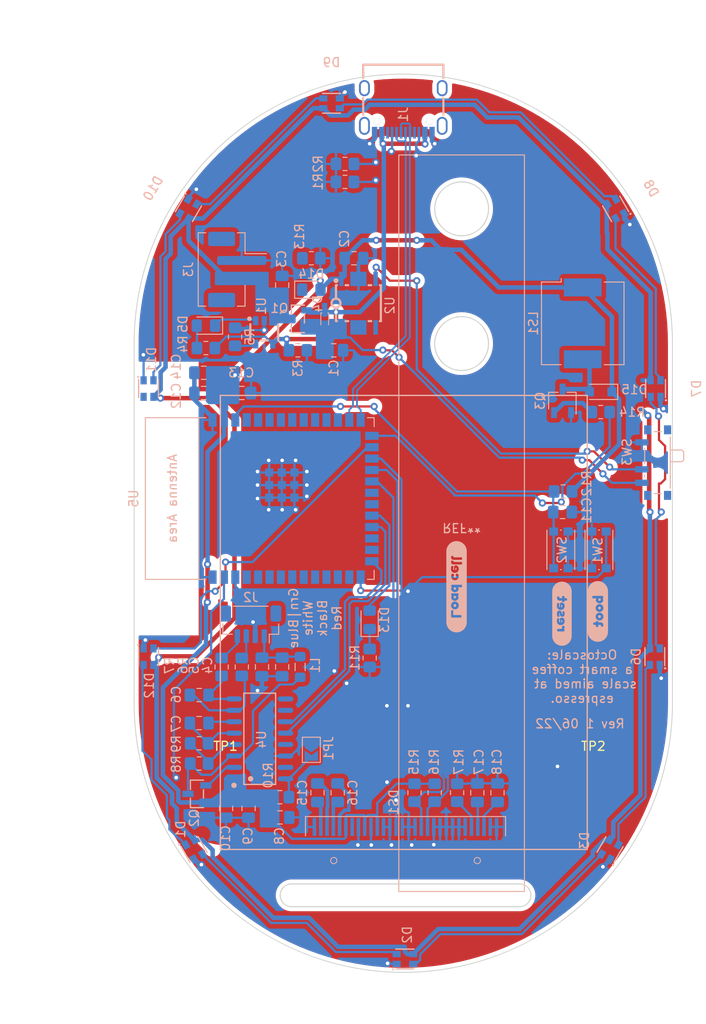
<source format=kicad_pcb>
(kicad_pcb (version 20211014) (generator pcbnew)
  (layers (0 "F.Cu" signal) (31 "B.Cu" signal) (34 "B.Paste" user) (35 "F.Paste" user) (36 "B.SilkS" user "B.Silkscreen") (37 "F.SilkS" user "F.Silkscreen") (38 "B.Mask" user) (39 "F.Mask" user) (44 "Edge.Cuts" user))
  (net 0 "")
  (net 1 "+BATT")
  (net 2 "VBUS")
  (net 3 "Net-(D2-Pad2)")
  (net 4 "Net-(D5-Pad2)")
  (net 5 "GND")
  (net 6 "+3V3")
  (net 7 "VCC")
  (net 8 "Net-(D3-Pad2)")
  (net 9 "Net-(D6-Pad2)")
  (net 10 "Net-(D7-Pad2)")
  (net 11 "Net-(D8-Pad2)")
  (net 12 "Net-(D10-Pad4)")
  (net 15 "D-")
  (net 16 "D+")
  (net 17 "/CC1")
  (net 18 "/CC2")
  (net 19 "Net-(R5-Pad1)")
  (net 20 "/ADD")
  (net 21 "Net-(C6-Pad1)")
  (net 22 "Net-(C6-Pad2)")
  (net 23 "Net-(C7-Pad1)")
  (net 24 "Net-(C7-Pad2)")
  (net 25 "Net-(D5-Pad1)")
  (net 26 "Net-(D10-Pad2)")
  (net 27 "/A-")
  (net 28 "/A+")
  (net 29 "Net-(JP1-Pad2)")
  (net 30 "Net-(L1-Pad2)")
  (net 31 "Net-(Q2-Pad1)")
  (net 32 "Net-(R8-Pad2)")
  (net 34 "Net-(C15-Pad1)")
  (net 35 "Net-(C15-Pad2)")
  (net 36 "Net-(C16-Pad1)")
  (net 37 "Net-(C16-Pad2)")
  (net 38 "Net-(C17-Pad2)")
  (net 39 "Net-(C18-Pad2)")
  (net 41 "OLED_RESET")
  (net 42 "OLED_SCL")
  (net 43 "OLED_SDA")
  (net 44 "Net-(DS1-Pad26)")
  (net 45 "Net-(D2-Pad4)")
  (net 46 "Net-(D1-Pad3)")
  (net 51 "TOUCH_1")
  (net 52 "TOUCH_2")
  (net 56 "SCALE_DATA")
  (net 57 "SCALE_SCK")
  (net 60 "RESET")
  (net 61 "NEOPIXELS")
  (net 62 "Net-(D13-Pad1)")
  (net 63 "BOOT")
  (net 64 "Net-(D14-Pad1)")
  (net 65 "BLUE")
  (net 66 "Net-(D15-Pad2)")
  (net 67 "Net-(Q3-Pad2)")
  (net 68 "BUZZER")
  (net 69 "LDO_EN")
  (footprint "TouchPads:TouchPad" (layer "F.Cu") (at 191.185 125.821762)
    (fp_text reference "TP2")
    (fp_text value "TOUCH_2")
  )
  (footprint "TouchPads:TouchPad" (layer "F.Cu") (at 149.935 125.821762)
    (fp_text reference "TP1")
    (fp_text value "TOUCH_1")
  )
  (footprint "easyeda2kicad:LED-SMD_4P-L2.0-W2.0-TL_WS2812B-2020" (layer "B.Cu") (at 141.605 109.855 -90)
    (fp_text reference "D12")
    (fp_text value "WS2812B-2020")
  )
  (footprint "Resistor_SMD:R_0805_2012Metric_Pad1.20x1.40mm_HandSolder" (layer "B.Cu") (at 171.25 125 -90)
    (fp_text reference "R15")
    (fp_text value "4.7k")
  )
  (footprint "Capacitor_SMD:C_0805_2012Metric_Pad1.18x1.45mm_HandSolder" (layer "B.Cu") (at 147.250007 114.129999)
    (fp_text reference "C6")
    (fp_text value "0.1uF")
  )
  (footprint "Resistor_SMD:R_0805_2012Metric_Pad1.20x1.40mm_HandSolder" (layer "B.Cu") (at 166.250001 110.000001 -90)
    (fp_text reference "R11")
    (fp_text value "5.1K")
  )
  (footprint "Capacitor_SMD:C_0805_2012Metric_Pad1.18x1.45mm_HandSolder" (layer "B.Cu") (at 162.685 125 90)
    (fp_text reference "C16")
    (fp_text value "1uF")
  )
  (footprint "Capacitor_SMD:C_0805_2012Metric_Pad1.18x1.45mm_HandSolder" (layer "B.Cu") (at 187.75 93.75)
    (fp_text reference "C11")
    (fp_text value "1uF")
  )
  (footprint "easyeda2kicad:SOT-23-5_L3.0-W1.7-P0.95-LS2.8-BR" (layer "B.Cu") (at 154.499997 73.750004 90)
    (fp_text reference "U1")
    (fp_text value "TP4065")
  )
  (footprint "Capacitor_SMD:C_0805_2012Metric_Pad1.18x1.45mm_HandSolder" (layer "B.Cu") (at 147.250001 117.25)
    (fp_text reference "C7")
    (fp_text value "0.1uF")
  )
  (footprint "LED_SMD:LED_0805_2012Metric_Pad1.15x1.40mm_HandSolder" (layer "B.Cu") (at 166.25 105.75 90)
    (fp_text reference "D13")
    (fp_text value "Blue")
  )
  (footprint "Resistor_SMD:R_0805_2012Metric_Pad1.20x1.40mm_HandSolder" (layer "B.Cu") (at 151.249999 74.249998 90)
    (fp_text reference "R5")
    (fp_text value "2K")
  )
  (footprint "Capacitor_SMD:C_0805_2012Metric_Pad1.18x1.45mm_HandSolder" (layer "B.Cu") (at 164.499998 65.500001)
    (fp_text reference "C2")
    (fp_text value "10uF")
  )
  (footprint "Package_TO_SOT_SMD:TSOT-23" (layer "B.Cu") (at 187.75 81.375 90)
    (fp_text reference "Q3")
    (fp_text value "S8050")
  )
  (footprint "kibuzzard-629CD5C6" (layer "B.Cu") (at 175.935 102.071762 90)
    (fp_text reference "kibuzzard-629CD5C6" hide)
    (fp_text value "G***" hide)
  )
  (footprint "Capacitor_SMD:C_0805_2012Metric_Pad1.18x1.45mm_HandSolder" (layer "B.Cu") (at 178.25 125 -90)
    (fp_text reference "C17")
    (fp_text value "4.7uF")
  )
  (footprint "kibuzzard-629CD693" (layer "B.Cu") (at 187.685 105.071762 90)
    (fp_text reference "kibuzzard-629CD693" hide)
    (fp_text value "G***" hide)
  )
  (footprint "easyeda2kicad:SOD-523F_L1.2-W0.8-LS1.7-RD" (layer "B.Cu") (at 161.249997 72.250003 90)
    (fp_text reference "D4")
    (fp_text value "MSK4005")
  )
  (footprint "kibuzzard-629CD677" (layer "B.Cu") (at 191.685 104.821762 -90)
    (fp_text reference "kibuzzard-629CD677" hide)
    (fp_text value "G***" hide)
  )
  (footprint "Button_Switch_SMD:SW_Push_1P1T_NO_CK_KMR2" (layer "B.Cu") (at 187.558012 97.966505 90)
    (fp_text reference "SW2")
    (fp_text value "SW_Push")
  )
  (footprint "Capacitor_SMD:C_0805_2012Metric_Pad1.18x1.45mm_HandSolder" (layer "B.Cu") (at 160.435 125 -90)
    (fp_text reference "C15")
    (fp_text value "1uF")
  )
  (footprint "Resistor_SMD:R_0805_2012Metric_Pad1.20x1.40mm_HandSolder" (layer "B.Cu") (at 163.5 55 180)
    (fp_text reference "R2")
    (fp_text value "5.1K")
  )
  (footprint "Capacitor_SMD:C_0805_2012Metric_Pad1.18x1.45mm_HandSolder" (layer "B.Cu") (at 156.249999 127.749997)
    (fp_text reference "C8")
    (fp_text value "0.1uF")
  )
  (footprint "Resistor_SMD:R_0805_2012Metric_Pad1.20x1.40mm_HandSolder" (layer "B.Cu") (at 152.000004 111.000003 -90)
    (fp_text reference "R6")
    (fp_text value "100")
  )
  (footprint "Resistor_SMD:R_0805_2012Metric_Pad1.20x1.40mm_HandSolder" (layer "B.Cu") (at 149.750001 111.000002 -90)
    (fp_text reference "R7")
    (fp_text value "100")
  )
  (footprint "easyeda2kicad:LED-SMD_4P-L2.0-W2.0-TL_WS2812B-2020" (layer "B.Cu") (at 193.04 131.321762 60)
    (fp_text reference "D3")
    (fp_text value "WS2812B-2020")
  )
  (footprint "Capacitor_SMD:C_0805_2012Metric_Pad1.18x1.45mm_HandSolder" (layer "B.Cu") (at 162.25 75.750002)
    (fp_text reference "C1")
    (fp_text value "10uF")
  )
  (footprint "Button_Switch_SMD:SW_Push_1P1T_NO_CK_KMR2" (layer "B.Cu") (at 191.808013 97.966506 90)
    (fp_text reference "SW1")
    (fp_text value "SW_Push")
  )
  (footprint "easyeda2kicad:LED-SMD_4P-L2.0-W2.0-TL_WS2812B-2020" (layer "B.Cu") (at 193.675 60 120)
    (fp_text reference "D8")
    (fp_text value "WS2812B-2020")
  )
  (footprint "Resistor_SMD:R_0805_2012Metric_Pad1.20x1.40mm_HandSolder" (layer "B.Cu") (at 158.249998 75.749999 180)
    (fp_text reference "R3")
    (fp_text value "100k")
  )
  (footprint "Connector_JST:JST_PH_B2B-PH-SM4-TB_1x02-1MP_P2.00mm_Vertical" (layer "B.Cu") (at 151.5 66.749999 -90)
    (fp_text reference "J3")
    (fp_text value "Conn_01x02_Female")
  )
  (footprint "easyeda2kicad:HSOP-6_L5.0-W3.9-P1.91-LS6.0-BL" (layer "B.Cu") (at 165 70.5)
    (fp_text reference "U2")
    (fp_text value "S-1172B33-E6T1U")
  )
  (footprint "LoadCell:LoadCell" (layer "B.Cu") (at 176.5 95)
    (fp_text reference "REF**")
    (fp_text value "LoadCell")
    (fp_circle (center 0 -35) (end 3 -35) (layer "Edge.Cuts") (width 0.12) (fill none))
    (fp_circle (center 0 -20) (end 3 -20) (layer "Edge.Cuts") (width 0.12) (fill none))
  )
  (footprint "Resistor_SMD:R_0805_2012Metric_Pad1.20x1.40mm_HandSolder" (layer "B.Cu") (at 163.5 57 180)
    (fp_text reference "R1")
    (fp_text value "5.1K")
  )
  (footprint "Resistor_SMD:R_0805_2012Metric_Pad1.20x1.40mm_HandSolder" (layer "B.Cu") (at 187.808013 91.466507 180)
    (fp_text reference "R12")
    (fp_text value "5.1K")
  )
  (footprint "Resistor_SMD:R_0805_2012Metric_Pad1.20x1.40mm_HandSolder" (layer "B.Cu") (at 147.999999 75.5 180)
    (fp_text reference "R4")
    (fp_text value "5.1K")
  )
  (footprint "easyeda2kicad:LED-SMD_4P-L2.0-W2.0-TL_WS2812B-2020" (layer "B.Cu") (at 170.18 143.51)
    (fp_text reference "D2")
    (fp_text value "WS2812B-2020")
  )
  (footprint "Capacitor_SMD:C_0805_2012Metric_Pad1.18x1.45mm_HandSolder" (layer "B.Cu") (at 147.75 80.5 180)
    (fp_text reference "C12")
    (fp_text value "10uF")
  )
  (footprint "easyeda2kicad:LED-SMD_4P-L2.0-W2.0-TL_WS2812B-2020" (layer "B.Cu") (at 146.685 131.321762 -60)
    (fp_text reference "D1")
    (fp_text value "WS2812B-2020")
  )
  (footprint "Jumper:SolderJumper-2_P1.3mm_Open_TrianglePad1.0x1.5mm" (layer "B.Cu") (at 159.75 120.225 -90)
    (fp_text reference "JP1")
    (fp_text value "Default: Open")
  )
  (footprint "LED_SMD:LED_0805_2012Metric_Pad1.15x1.40mm_HandSolder" (layer "B.Cu") (at 159.749996 68.999998)
    (fp_text reference "D14")
    (fp_text value "Red")
  )
  (footprint "easyeda2kicad:SOT-23-3_L2.9-W1.3-P1.90-LS2.4-BR" (layer "B.Cu") (at 158.249998 72.250004)
    (fp_text reference "Q1")
    (fp_text value "AO3415_C181094")
  )
  (footprint "easyeda2kicad:LED-SMD_4P-L2.0-W2.0-TL_WS2812B-2020" (layer "B.Cu") (at 146.05 60 -120)
    (fp_text reference "D10")
    (fp_text value "WS2812B-2020")
  )
  (footprint "Display:OLED-128O064D" (layer "B.Cu") (at 170.25 128.805)
    (fp_text reference "DS1")
    (fp_text value "OLED-128O064D")
    (fp_line (start 12.7 6.35) (end -12.7 6.35) (layer "Edge.Cuts") (width 0.12))
    (fp_line (start 12.7 8.89) (end -12.7 8.89) (layer "Edge.Cuts") (width 0.12))
    (fp_arc (start -12.7 8.89) (mid -13.97 7.62) (end -12.7 6.35) (layer "Edge.Cuts") (width 0.12))
    (fp_arc (start 12.7 6.35) (mid 13.97 7.62) (end 12.7 8.89) (layer "Edge.Cuts") (width 0.12))
  )
  (footprint "Capacitor_SMD:C_0805_2012Metric_Pad1.18x1.45mm_HandSolder" (layer "B.Cu") (at 152 80.5)
    (fp_text reference "C13")
    (fp_text value "10uF")
  )
  (footprint "easyeda2kicad:LED-SMD_4P-L2.0-W2.0-TL_WS2812B-2020" (layer "B.Cu") (at 198.12 80.01 90)
    (fp_text reference "D7")
    (fp_text value "WS2812B-2020")
  )
  (footprint "Resistor_SMD:R_0805_2012Metric_Pad1.20x1.40mm_HandSolder" (layer "B.Cu") (at 176 125 -90)
    (fp_text reference "R17")
    (fp_text value "400k")
  )
  (footprint "Resistor_SMD:R_0805_2012Metric_Pad1.20x1.40mm_HandSolder" (layer "B.Cu") (at 147.250001 119.499999)
    (fp_text reference "R9")
    (fp_text value "8.2K")
  )
  (footprint "Capacitor_SMD:C_0805_2012Metric_Pad1.18x1.45mm_HandSolder" (layer "B.Cu") (at 156.5 68.5 90)
    (fp_text reference "C3")
    (fp_text value "10uF")
  )
  (footprint "Resistor_SMD:R_0805_2012Metric_Pad1.20x1.40mm_HandSolder" (layer "B.Cu") (at 147.250003 121.75)
    (fp_text reference "R8")
    (fp_text value "20K")
  )
  (footprint "Capacitor_SMD:C_0805_2012Metric_Pad1.18x1.45mm_HandSolder" (layer "B.Cu") (at 152.750002 126.75 -90)
    (fp_text reference "C9")
    (fp_text value "0.1uF")
  )
  (footprint "Espressif:ESP32-S3-WROOM-1" (layer "B.Cu") (at 157 92.25 -90)
    (fp_text reference "U5")
    (fp_text value "ESP32-S3-WROOM-1")
  )
  (footprint "easyeda2kicad:LED-SMD_4P-L2.0-W2.0-TL_WS2812B-2020" (layer "B.Cu") (at 198.035 109.855 90)
    (fp_text reference "D6")
    (fp_text value "WS2812B-2020")
  )
  (footprint "Buzzer_Beeper:Buzzer_CUI_CPT-9019S-SMT" (layer "B.Cu") (at 190 72.75 -90)
    (fp_text reference "LS1")
    (fp_text value "MLT-8530")
  )
  (footprint "Resistor_SMD:R_0805_2012Metric_Pad1.20x1.40mm_HandSolder" (layer "B.Cu") (at 173.5 125 -90)
    (fp_text reference "R16")
    (fp_text value "4.7k")
  )
  (footprint "easyeda2kicad:SOT-23-3_L2.9-W1.3-P1.90-LS2.4-BR" (layer "B.Cu") (at 147.000004 125.129995)
    (fp_text reference "Q2")
    (fp_text value "MMBT44032T")
  )
  (footprint "Inductor_SMD:L_0805_2012Metric_Pad1.05x1.20mm_HandSolder" (layer "B.Cu") (at 158.500005 110.999999 -90)
    (fp_text reference "L1")
    (fp_text value "3.3uH")
  )
  (footprint "easyeda2kicad:SOP-16_L10.0-W3.9-P1.27-LS6.0-BL" (layer "B.Cu") (at 154 119 90)
    (fp_text reference "U4")
    (fp_text value "HX711")
  )
  (footprint "Resistor_SMD:R_0805_2012Metric_Pad1.20x1.40mm_HandSolder" (layer "B.Cu") (at 159.75 65.500001)
    (fp_text reference "R13")
    (fp_text value "5.1K")
  )
  (footprint "easyeda2kicad:LED-SMD_4P-L2.0-W2.0-TL_WS2812B-2020" (layer "B.Cu") (at 162 48.25 180)
    (fp_text reference "D9")
    (fp_text value "WS2812B-2020")
  )
  (footprint "Resistor_SMD:R_0805_2012Metric_Pad1.20x1.40mm_HandSolder" (layer "B.Cu") (at 156.250004 125.500003)
    (fp_text reference "R10")
    (fp_text value "10K")
  )
  (footprint "Capacitor_SMD:C_0805_2012Metric_Pad1.18x1.45mm_HandSolder" (layer "B.Cu") (at 150.250001 126.749999 -90)
    (fp_text reference "C10")
    (fp_text value "10uF")
  )
  (footprint "Capacitor_SMD:C_0805_2012Metric_Pad1.18x1.45mm_HandSolder" (layer "B.Cu") (at 147.75 78.25 180)
    (fp_text reference "C14")
    (fp_text value "1uF")
  )
  (footprint "Capacitor_SMD:C_0805_2012Metric_Pad1.18x1.45mm_HandSolder" (layer "B.Cu") (at 180.5 125 -90)
    (fp_text reference "C18")
    (fp_text value "2.2uF")
  )
  (footprint "Capacitor_SMD:C_0805_2012Metric_Pad1.18x1.45mm_HandSolder" (layer "B.Cu") (at 156.500001 110.999995 -90)
    (fp_text reference "C4")
    (fp_text value "0.1uF")
  )
  (footprint "Capacitor_SMD:C_0805_2012Metric_Pad1.18x1.45mm_HandSolder" (layer "B.Cu") (at 154.250003 111.000004 -90)
    (fp_text reference "C5")
    (fp_text value "10uF")
  )
  (footprint "Button_Switch_SMD:SW_SPDT_PCM12" (layer "B.Cu") (at 198.025 88.25 -90)
    (fp_text reference "SW3")
    (fp_text value "SW_SPDT")
  )
  (footprint "Connector_JST:JST_SH_BM04B-SRSS-TB_1x04-1MP_P1.00mm_Vertical" (layer "B.Cu") (at 153.000006 106.249999 180)
    (fp_text reference "J2")
    (fp_text value "Conn_01x04_Male")
  )
  (footprint "Resistor_SMD:R_0805_2012Metric_Pad1.20x1.40mm_HandSolder" (layer "B.Cu") (at 192 82.625 180)
    (fp_text reference "R14")
    (fp_text value "2K")
  )
  (footprint "LED_SMD:LED_0805_2012Metric_Pad1.15x1.40mm_HandSolder" (layer "B.Cu") (at 147.999999 72.999998 180)
    (fp_text reference "D5")
    (fp_text value "Orange")
  )
  (footprint "easyeda2kicad:USB-C_SMD-TYPE-C-31-M-12" (layer "B.Cu") (at 170 49.0425)
    (fp_text reference "J1")
    (fp_text value "USB_C_Receptacle_USB2.0  TYPE-C-31-M-12")
  )
  (footprint "easyeda2kicad:LED-SMD_4P-L2.0-W2.0-TL_WS2812B-2020" (layer "B.Cu") (at 141.605 80.01 -90)
    (fp_text reference "D11")
    (fp_text value "WS2812B-2020")
  )
  (footprint "Diode_SMD:D_SOD-323_HandSoldering" (layer "B.Cu") (at 192 80.375 180)
    (fp_text reference "D15")
    (fp_text value "1N4148")
  )
  (gr_rect (start 149.606 131.318) (end 190.5 80.772) (layer "B.SilkS") (width 0.15) (fill none))
  (gr_line (start 140 75) (end 140 115) (layer "Edge.Cuts") (width 0.1))
  (gr_line (start 200 75) (end 200 115) (layer "Edge.Cuts") (width 0.1))
  (gr_arc (start 200 115) (mid 170 145) (end 140 115) (layer "Edge.Cuts") (width 0.1))
  (gr_arc (start 140 75) (mid 170 45) (end 200 75) (layer "Edge.Cuts") (width 0.1))
  (gr_text "Rev 1 06/22" (at 189.685 117.321762) (layer "B.SilkS") (effects (font (size 1 1)) (justify mirror)))
  (gr_text "Grn|Blue\nWhite\nBlack\nRed" (at 160.185 105.571762 90) (layer "B.SilkS") (effects (font (size 1 1)) (justify mirror)))
  (gr_text "Octoscale:\na smart coffee\nscale aimed at \nespresso." (at 189.935 112.071762) (layer "B.SilkS") (effects (font (size 1 1)) (justify mirror)))
  (segment (start 142.73343 109.939276) (end 142.850944 109.821762) (width 0.5) (layer "F.Cu") (net 1))
  (segment (start 151.185 105.571762) (end 151.185 83.571762) (width 0.5) (layer "F.Cu") (net 1))
  (segment (start 142.850944 109.821762) (end 146.935 109.821762) (width 0.5) (layer "F.Cu") (net 1))
  (segment (start 151.185 83.571762) (end 148.685 81.071762) (width 0.5) (layer "F.Cu") (net 1))
  (segment (start 197.405479 83.155479) (end 197.25 83) (width 0.5) (layer "F.Cu") (net 1))
  (segment (start 197.5 93.75) (end 197.405479 93.655479) (width 0.5) (layer "F.Cu") (net 1))
  (segment (start 146.935 109.821762) (end 151.185 105.571762) (width 0.5) (layer "F.Cu") (net 1))
  (segment (start 197.405479 93.655479) (end 197.405479 83.155479) (width 0.5) (layer "F.Cu") (net 1))
  (segment (start 148.685 81.071762) (end 142.935 81.071762) (width 0.5) (layer "F.Cu") (net 1))
  (via (at 197.25 83) (size 0.8) (drill 0.4) (layers "F.Cu" "B.Cu") (net 1))
  (via (at 142.73343 109.939276) (size 0.8) (drill 0.4) (layers "F.Cu" "B.Cu") (net 1))
  (via (at 142.935 81.071762) (size 0.8) (drill 0.4) (layers "F.Cu" "B.Cu") (net 1))
  (via (at 197.5 93.75) (size 0.8) (drill 0.4) (layers "F.Cu" "B.Cu") (net 1))
  (segment (start 179.36379 49.824519) (end 177.953211 48.41394) (width 0.5) (layer "B.Cu") (net 1))
  (segment (start 197.57 79.09) (end 197.57 69.32) (width 0.5) (layer "B.Cu") (net 1))
  (segment (start 170.159511 142.659511) (end 170.159511 142.160489) (width 0.5) (layer "B.Cu") (net 1))
  (segment (start 144.75 126.743283) (end 144.225973 126.219256) (width 0.5) (layer "B.Cu") (net 1))
  (segment (start 144.07452 64.987974) (end 143.5 65.562494) (width 0.5) (layer "B.Cu") (net 1))
  (segment (start 192.681057 59.535886) (end 192.738686 59.478257) (width 0.5) (layer "B.Cu") (net 1))
  (segment (start 192.75 62.75) (end 192.681057 62.681057) (width 0.5) (layer "B.Cu") (net 1))
  (segment (start 177.953211 48.41394) (end 166.238522 48.41394) (width 0.5) (layer "B.Cu") (net 1))
  (segment (start 191.126057 131.542596) (end 191.126057 132.00864) (width 0.5) (layer "B.Cu") (net 1))
  (segment (start 170.46 142.96) (end 170.159511 142.659511) (width 0.5) (layer "B.Cu") (net 1))
  (segment (start 159.95 48.8) (end 161.08 48.8) (width 0.5) (layer "B.Cu") (net 1))
  (segment (start 142.50952 123.333788) (end 142.50952 111.12952) (width 0.5) (layer "B.Cu") (net 1))
  (segment (start 191.126057 132.00864) (end 182.959217 140.17548) (width 0.5) (layer "B.Cu") (net 1))
  (segment (start 143.5 65.562494) (end 143.5 77.645) (width 0.5) (layer "B.Cu") (net 1))
  (segment (start 192.681057 62.681057) (end 192.681057 59.535886) (width 0.5) (layer "B.Cu") (net 1))
  (segment (start 143.5 77.645) (end 142.954511 78.190489) (width 0.5) (layer "B.Cu") (net 1))
  (segment (start 170.159511 142.160489) (end 162.722983 142.160489) (width 0.5) (layer "B.Cu") (net 1))
  (segment (start 146.701314 130.250019) (end 144.75 128.298705) (width 0.5) (layer "B.Cu") (net 1))
  (segment (start 144.07452 63.063537) (end 144.07452 64.987974) (width 0.5) (layer "B.Cu") (net 1))
  (segment (start 142.935 81.071762) (end 142.296762 81.071762) (width 0.5) (layer "B.Cu") (net 1))
  (segment (start 142.73343 109.939276) (end 142.73343 110.19657) (width 0.5) (layer "B.Cu") (net 1))
  (segment (start 152 67.749999) (end 150.26073 67.749999) (width 0.5) (layer "B.Cu") (net 1))
  (segment (start 197.485 93.765) (end 197.5 93.75) (width 0.5) (layer "B.Cu") (net 1))
  (segment (start 197.57 76.82) (end 197.57 79.09) (width 0.5) (layer "B.Cu") (net 1))
  (segment (start 171.1 142.96) (end 170.46 142.96) (width 0.5) (layer "B.Cu") (net 1))
  (segment (start 192.502894 59.478257) (end 182.849157 49.82452) (width 0.5) (layer "B.Cu") (net 1))
  (segment (start 146.066314 63.555583) (end 146.066314 61.071743) (width 0.5) (layer "B.Cu") (net 1))
  (segment (start 193.401794 128.285712) (end 196.42548 125.262026) (width 0.5) (layer "B.Cu") (net 1))
  (segment (start 165.70343 48.949031) (end 164.469991 48.949031) (width 0.5) (layer "B.Cu") (net 1))
  (segment (start 193.023686 130.250019) (end 193.401794 129.871911) (width 0.5) (layer "B.Cu") (net 1))
  (segment (start 196.42548 125.262026) (end 196.42548 109.99452) (width 0.5) (layer "B.Cu") (net 1))
  (segment (start 150.26073 67.749999) (end 146.066314 63.555583) (width 0.5) (layer "B.Cu") (net 1))
  (segment (start 142.73343 110.19657) (end 142.155 110.775) (width 0.5) (layer "B.Cu") (net 1))
  (segment (start 193.023686 130.250019) (end 192.418634 130.250019) (width 0.5) (layer "B.Cu") (net 1))
  (segment (start 173.88452 140.17548) (end 171.1 142.96) (width 0.5) (layer "B.Cu") (net 1))
  (segment (start 192.738686 59.478257) (end 192.502894 59.478257) (width 0.5) (layer "B.Cu") (net 1))
  (segment (start 147.678257 61.071743) (end 159.95 48.8) (width 0.5) (layer "B.Cu") (net 1))
  (segment (start 148.75 131.386762) (end 147.613257 130.250019) (width 0.5) (layer "B.Cu") (net 1))
  (segment (start 147.613257 130.250019) (end 146.701314 130.250019) (width 0.5) (layer "B.Cu") (net 1))
  (segment (start 144.225972 125.05024) (end 142.50952 123.333788) (width 0.5) (layer "B.Cu") (net 1))
  (segment (start 142.954511 78.190489) (end 142.954511 80.130489) (width 0.5) (layer "B.Cu") (net 1))
  (segment (start 142.954511 80.130489) (end 142.155 80.93) (width 0.5) (layer "B.Cu") (net 1))
  (segment (start 146.066314 61.071743) (end 147.678257 61.071743) (width 0.5) (layer "B.Cu") (net 1))
  (segment (start 192.418634 130.250019) (end 191.126057 131.542596) (width 0.5) (layer "B.Cu") (net 1))
  (segment (start 142.50952 111.12952) (end 142.155 110.775) (width 0.5) (layer "B.Cu") (net 1))
  (segment (start 163.819511 49.599511) (end 161.879511 49.599511) (width 0.5) (layer "B.Cu") (net 1))
  (segment (start 197.57 69.32) (end 192.75 64.5) (width 0.5) (layer "B.Cu") (net 1))
  (segment (start 182.959217 140.17548) (end 173.88452 140.17548) (width 0.5) (layer "B.Cu") (net 1))
  (segment (start 161.879511 49.599511) (end 161.08 48.8) (width 0.5) (layer "B.Cu") (net 1))
  (segment (start 192.75 64.5) (end 192.75 62.75) (width 0.5) (layer "B.Cu") (net 1))
  (segment (start 155.515783 138.92548) (end 148.75 132.159697) (width 0.5) (layer "B.Cu") (net 1))
  (segment (start 182.849157 49.82452) (end 179.36379 49.824519) (width 0.5) (layer "B.Cu") (net 1))
  (segment (start 197.25 83) (end 196.5 82.25) (width 0.5) (layer "B.Cu") (net 1))
  (segment (start 196.42548 109.99452) (end 197.485 108.935) (width 0.5) (layer "B.Cu") (net 1))
  (segment (start 146.066314 61.071743) (end 144.07452 63.063537) (width 0.5) (layer "B.Cu") (net 1))
  (segment (start 166.238522 48.41394) (end 165.70343 48.949031) (width 0.5) (layer "B.Cu") (net 1))
  (segment (start 193.401794 129.871911) (end 193.401794 128.285712) (width 0.5) (layer "B.Cu") (net 1))
  (segment (start 142.296762 81.071762) (end 142.155 80.93) (width 0.5) (layer "B.Cu") (net 1))
  (segment (start 144.75 128.298705) (end 144.75 126.743283) (width 0.5) (layer "B.Cu") (net 1))
  (segment (start 144.225973 126.219256) (end 144.225972 125.05024) (width 0.5) (layer "B.Cu") (net 1))
  (segment (start 196.66 79.09) (end 197.57 79.09) (width 0.5) (layer "B.Cu") (net 1))
  (segment (start 148.75 132.159697) (end 148.75 131.386762) (width 0.5) (layer "B.Cu") (net 1))
  (segment (start 164.469991 48.949031) (end 163.819511 49.599511) (width 0.5) (layer "B.Cu") (net 1))
  (segment (start 197.485 108.935) (end 197.485 93.765) (width 0.5) (layer "B.Cu") (net 1))
  (segment (start 162.722983 142.160489) (end 159.487973 138.92548) (width 0.5) (layer "B.Cu") (net 1))
  (segment (start 159.487973 138.92548) (end 155.515783 138.92548) (width 0.5) (layer "B.Cu") (net 1))
  (segment (start 162.5 71.5) (end 162.5 73.25) (width 0.5) (layer "F.Cu") (net 2))
  (segment (start 162.5 73.25) (end 161.25 74.5) (width 0.5) (layer "F.Cu") (net 2))
  (segment (start 167.75 52.75) (end 172.384551 52.75) (width 0.5) (layer "F.Cu") (net 2))
  (segment (start 172.384551 52.75) (end 172.419186 52.784635) (width 0.5) (layer "F.Cu") (net 2))
  (segment (start 161.25 74.5) (end 157 74.5) (width 0.5) (layer "F.Cu") (net 2))
  (via (at 172.419186 52.784635) (size 0.8) (drill 0.4) (layers "F.Cu" "B.Cu") (net 2))
  (via (at 157 74.5) (size 0.8) (drill 0.4) (layers "F.Cu" "B.Cu") (net 2))
  (via (at 162.5 71.5) (size 0.8) (drill 0.4) (layers "F.Cu" "B.Cu") (net 2))
  (via (at 167.75 52.75) (size 0.8) (drill 0.4) (layers "F.Cu" "B.Cu") (net 2))
  (segment (start 157 75.500001) (end 157.249998 75.749999) (width 0.5) (layer "B.Cu") (net 2))
  (segment (start 161.239997 71.540003) (end 159.489997 71.540003) (width 0.5) (layer "B.Cu") (net 2))
  (segment (start 159.489997 71.540003) (end 159.249998 71.300004) (width 0.5) (layer "B.Cu") (net 2))
  (segment (start 162.5 71.5) (end 161.28 71.5) (width 0.5) (layer "B.Cu") (net 2))
  (segment (start 172.419186 52.784635) (end 172.4 52.765449) (width 0.5) (layer "B.Cu") (net 2))
  (segment (start 156.000001 74.5) (end 155.449997 75.050004) (width 0.5) (layer "B.Cu") (net 2))
  (segment (start 167.82452 68.834502) (end 167.82452 52.82452) (width 0.5) (layer "B.Cu") (net 2))
  (segment (start 154.625486 74.225493) (end 155.449997 75.050004) (width 0.25) (layer "B.Cu") (net 2))
  (segment (start 157 74.5) (end 156.000001 74.5) (width 0.5) (layer "B.Cu") (net 2))
  (segment (start 172.4 52.765449) (end 172.4 51.5225) (width 0.5) (layer "B.Cu") (net 2))
  (segment (start 167.82452 52.82452) (end 167.75 52.75) (width 0.5) (layer "B.Cu") (net 2))
  (segment (start 165.159022 71.5) (end 167.82452 68.834502) (width 0.5) (layer "B.Cu") (net 2))
  (segment (start 148.999999 75.5) (end 150.274506 74.225493) (width 0.25) (layer "B.Cu") (net 2))
  (segment (start 162.5 71.5) (end 165.159022 71.5) (width 0.5) (layer "B.Cu") (net 2))
  (segment (start 167.6 52.6) (end 167.6 51.5225) (width 0.5) (layer "B.Cu") (net 2))
  (segment (start 161.28 71.5) (end 161.239997 71.540003) (width 0.5) (layer "B.Cu") (net 2))
  (segment (start 167.75 52.75) (end 167.6 52.6) (width 0.5) (layer "B.Cu") (net 2))
  (segment (start 157 74.5) (end 157 75.500001) (width 0.5) (layer "B.Cu") (net 2))
  (segment (start 150.274506 74.225493) (end 154.625486 74.225493) (width 0.25) (layer "B.Cu") (net 2))
  (segment (start 174.122494 140.75) (end 171.874511 142.997983) (width 0.25) (layer "B.Cu") (net 3))
  (segment (start 171.874511 142.997983) (end 171.874511 143.634511) (width 0.25) (layer "B.Cu") (net 3))
  (segment (start 183.197191 140.75) (end 174.122494 140.75) (width 0.25) (layer "B.Cu") (net 3))
  (segment (start 171.874511 143.634511) (end 171.449022 144.06) (width 0.25) (layer "B.Cu") (net 3))
  (segment (start 192.103686 131.843505) (end 183.197191 140.75) (width 0.25) (layer "B.Cu") (net 3))
  (segment (start 171.449022 144.06) (end 171.1 144.06) (width 0.25) (layer "B.Cu") (net 3))
  (segment (start 146.999999 73.024998) (end 146.974999 72.999998) (width 0.25) (layer "B.Cu") (net 4))
  (segment (start 146.999999 75.5) (end 146.999999 73.024998) (width 0.25) (layer "B.Cu") (net 4))
  (via (at 163.5 47) (size 0.8) (drill 0.4) (layers "F.Cu" "B.Cu") (net 5))
  (via (at 168.685 130.821762) (size 0.8) (drill 0.4) (layers "F.Cu" "B.Cu") (net 5))
  (via (at 159.25 92) (size 0.8) (drill 0.4) (layers "F.Cu" "B.Cu") (net 5))
  (via (at 173.5 52.75) (size 0.8) (drill 0.4) (layers "F.Cu" "B.Cu") (net 5))
  (via (at 156.5 93.5) (size 0.8) (drill 0.4) (layers "F.Cu" "B.Cu") (net 5))
  (via (at 195.25 61.75) (size 0.8) (drill 0.4) (layers "F.Cu" "B.Cu") (net 5))
  (via (at 155 93.5) (size 0.8) (drill 0.4) (layers "F.Cu" "B.Cu") (net 5))
  (via (at 141.25 108) (size 0.8) (drill 0.4) (layers "F.Cu" "B.Cu") (net 5))
  (via (at 159.25 90.75) (size 0.8) (drill 0.4) (layers "F.Cu" "B.Cu") (net 5))
  (via (at 156.5 88) (size 0.8) (drill 0.4) (layers "F.Cu" "B.Cu") (net 5))
  (via (at 158 93.5) (size 0.8) (drill 0.4) (layers "F.Cu" "B.Cu") (net 5))
  (via (at 153.750002 113.629997) (size 0.8) (drill 0.4) (layers "F.Cu" "B.Cu") (net 5))
  (via (at 154.5 73.5) (size 0.8) (drill 0.4) (layers "F.Cu" "B.Cu") (net 5))
  (via (at 141.0255 76.25) (size 0.8) (drill 0.4) (layers "F.Cu" "B.Cu") (net 5))
  (via (at 153.75 89.25) (size 0.8) (drill 0.4) (layers "F.Cu" "B.Cu") (net 5))
  (via (at 153.75 90.75) (size 0.8) (drill 0.4) (layers "F.Cu" "B.Cu") (net 5))
  (via (at 199 82.25) (size 0.8) (drill 0.4) (layers "F.Cu" "B.Cu") (net 5))
  (via (at 170.935 130.821762) (size 0.8) (drill 0.4) (layers "F.Cu" "B.Cu") (net 5))
  (via (at 173.4 130.786762) (size 0.8) (drill 0.4) (layers "F.Cu" "B.Cu") (net 5))
  (via (at 192.25 133.25) (size 0.8) (drill 0.4) (layers "F.Cu" "B.Cu") (net 5))
  (via (at 164.935 130.821762) (size 0.8) (drill 0.4) (layers "F.Cu" "B.Cu") (net 5))
  (via (at 158 88) (size 0.8) (drill 0.4) (layers "F.Cu" "B.Cu") (net 5))
  (via (at 153.75 92.25) (size 0.8) (drill 0.4) (layers "F.Cu" "B.Cu") (net 5))
  (via (at 159.25 89.25) (size 0.8) (drill 0.4) (layers "F.Cu" "B.Cu") (net 5))
  (via (at 198.75 112.25) (size 0.8) (drill 0.4) (layers "F.Cu" "B.Cu") (net 5))
  (via (at 155 88) (size 0.8) (drill 0.4) (layers "F.Cu" "B.Cu") (net 5))
  (via (at 168.25 144) (size 0.8) (drill 0.4) (layers "F.Cu" "B.Cu") (net 5))
  (via (at 146.935 57.821762) (size 0.8) (drill 0.4) (layers "F.Cu" "B.Cu") (net 5))
  (via (at 147.499553 133.006125) (size 0.8) (drill 0.4) (layers "F.Cu" "B.Cu") (net 5))
  (via (at 166.435 130.821762) (size 0.8) (drill 0.4) (layers "F.Cu" "B.Cu") (net 5))
  (via (at 153.250004 106.000002) (size 0.8) (drill 0.4) (layers "F.Cu" "B.Cu") (net 5))
  (via (at 166.25 52.75) (size 0.8) (drill 0.4) (layers "F.Cu" "B.Cu") (net 5))
  (segment (start 148.74 83.25875) (end 146.7125 81.23125) (width 0.5) (layer "B.Cu") (net 5))
  (segment (start 198.67 81.92) (end 199 82.25) (width 0.5) (layer "B.Cu") (net 5))
  (segment (start 146.886933 132.393505) (end 147.499553 133.006125) (width 0.25) (layer "B.Cu") (net 5))
  (segment (start 173.435 130.821762) (end 173.4 130.786762) (width 0.25) (layer "B.Cu") (net 5))
  (segment (start 170.6 130.486762) (end 170.935 130.821762) (width 0.25) (layer "B.Cu") (net 5))
  (segment (start 154.250001 112.037499) (end 154.249999 113.130003) (width 0.5) (layer "B.Cu") (net 5))
  (segment (start 155.06 93.44) (end 155.06 92.15) (width 0.25) (layer "B.Cu") (net 5))
  (segment (start 166.8 51.5225) (end 166.8 52.2) (width 0.5) (layer "B.Cu") (net 5))
  (segment (start 153.85 92.15) (end 155.06 92.15) (width 0.25) (layer "B.Cu") (net 5))
  (segment (start 198.585 110.775) (end 198.585 112.085) (width 0.5) (layer "B.Cu") (net 5))
  (segment (start 158 93.5) (end 157.86 93.36) (width 0.25) (layer "B.Cu") (net 5))
  (segment (start 156.46 93.46) (end 156.46 92.15) (width 0.25) (layer "B.Cu") (net 5))
  (segment (start 153.75 92.25) (end 153.85 92.15) (width 0.25) (layer "B.Cu") (net 5))
  (segment (start 141.0255 76.25) (end 141.055 76.2795) (width 0.25) (layer "B.Cu") (net 5))
  (segment (start 153.499999 107.574998) (end 153.500005 106.249999) (width 0.5) (layer "B.Cu") (net 5))
  (segment (start 158.875 119.5) (end 157.465 120.91) (width 0.25) (layer "B.Cu") (net 5))
  (segment (start 146.7125 80.5) (end 146.7125 78.25) (width 0.5) (layer "B.Cu") (net 5))
  (segment (start 193.056314 132.443686) (end 192.25 133.25) (width 0.5) (layer "B.Cu") (net 5))
  (segment (start 164.935 130.821762) (end 165 130.756762) (width 0.25) (layer "B.Cu") (net 5))
  (segment (start 155.06 89.35) (end 153.85 89.35) (width 0.25) (layer "B.Cu") (net 5))
  (segment (start 162.92 47.7) (end 162.92 47.58) (width 0.5) (layer "B.Cu") (net 5))
  (segment (start 165 130.756762) (end 165 128.805) (width 0.25) (layer "B.Cu") (net 5))
  (segment (start 141.055 108.195) (end 141.25 108) (width 0.5) (layer "B.Cu") (net 5))
  (segment (start 173.2 51.5225) (end 173.2 52.45) (width 0.5) (layer "B.Cu") (net 5))
  (segment (start 154.499997 72.450004) (end 154.499997 73.499997) (width 0.25) (layer "B.Cu") (net 5))
  (segment (start 159.75 119.5) (end 158.875 119.5) (width 0.25) (layer "B.Cu") (net 5))
  (segment (start 146.033686 58.928257) (end 146.033686 58.723076) (width 0.25) (layer "B.Cu") (net 5))
  (segment (start 141.055 108.935) (end 141.055 108.195) (width 0.5) (layer "B.Cu") (net 5))
  (segment (start 155.06 89.35) (end 155.06 88.06) (width 0.25) (layer "B.Cu") (net 5))
  (segment (start 153.500005 106.249999) (end 153.250004 106.000002) (width 0.5) (layer "B.Cu") (net 5))
  (segment (start 165 66.037499) (end 165.537498 65.500001) (width 0.4) (layer "B.Cu") (net 5))
  (segment (start 156.5 93.5) (end 156.46 93.46) (width 0.25) (layer "B.Cu") (net 5))
  (segment (start 166.4 128.805) (end 166.4 130.786762) (width 0.25) (layer "B.Cu") (net 5))
  (segment (start 157.86 92.15) (end 159.1 92.15) (width 0.25) (layer "B.Cu") (net 5))
  (segment (start 146.033686 58.723076) (end 146.935 57.821762) (width 0.25) (layer "B.Cu") (net 5))
  (segment (start 156.46 88.04) (end 156.5 88) (width 0.25) (layer "B.Cu") (net 5))
  (segment (start 155 93.5) (end 155.06 93.44) (width 0.25) (layer "B.Cu") (net 5))
  (segment (start 151.249999 73.249998) (end 151.500001 73.5) (width 0.25) (layer "B.Cu") (net 5))
  (segment (start 170.6 128.805) (end 170.6 130.486762) (width 0.25) (layer "B.Cu") (net 5))
  (segment (start 159.15 89.35) (end 157.86 89.35) (width 0.25) (layer "B.Cu") (net 5))
  (segment (start 146.7125 81.23125) (end 146.7125 80.5) (width 0.5) (layer "B.Cu") (net 5))
  (segment (start 141.055 76.2795) (end 141.055 79.09) (width 0.25) (layer "B.Cu") (net 5))
  (segment (start 166.8 52.2) (end 166.25 52.75) (width 0.5) (layer "B.Cu") (net 5))
  (segment (start 154.249999 113.130003) (end 153.750002 113.629997) (width 0.5) (layer "B.Cu") (net 5))
  (segment (start 153.85 89.35) (end 153.75 89.25) (width 0.25) (layer "B.Cu") (net 5))
  (segment (start 146.668686 132.393505) (end 146.886933 132.393505) (width 0.25) (layer "B.Cu") (net 5))
  (segment (start 157.86 93.36) (end 157.86 92.15) (width 0.25) (layer "B.Cu") (net 5))
  (segment (start 173.4 128.805) (end 173.4 130.786762) (width 0.25) (layer "B.Cu") (net 5))
  (segment (start 159.25 89.25) (end 159.15 89.35) (width 0.25) (layer "B.Cu") (net 5))
  (segment (start 162.92 47.58) (end 163.5 47) (width 0.5) (layer "B.Cu") (net 5))
  (segment (start 156.46 89.35) (end 156.46 88.04) (width 0.25) (layer "B.Cu") (net 5))
  (segment (start 198.585 112.085) (end 198.75 112.25) (width 0.5) (layer "B.Cu") (net 5))
  (segment (start 152.5375 80.5) (end 152.5375 80.155834) (width 0.5) (layer "B.Cu") (net 5))
  (segment (start 173.2 52.45) (end 173.5 52.75) (width 0.5) (layer "B.Cu") (net 5))
  (segment (start 157.465 120.91) (end 156.87 120.91) (width 0.25) (layer "B.Cu") (net 5))
  (segment (start 168.685 130.821762) (end 168.5 130.636762) (width 0.25) (layer "B.Cu") (net 5))
  (segment (start 157.86 90.75) (end 159.25 90.75) (width 0.25) (layer "B.Cu") (net 5))
  (segment (start 148.74 83.5) (end 148.74 83.25875) (width 0.5) (layer "B.Cu") (net 5))
  (segment (start 165 67.8) (end 165 66.037499) (width 0.4) (layer "B.Cu") (net 5))
  (segment (start 153.75 90.75) (end 155.06 90.75) (width 0.25) (layer "B.Cu") (net 5))
  (segment (start 198.67 80.93) (end 198.67 81.92) (width 0.5) (layer "B.Cu") (net 5))
  (segment (start 155.06 88.06) (end 155 88) (width 0.25) (layer "B.Cu") (net 5))
  (segment (start 157.86 89.35) (end 157.86 88.14) (width 0.25) (layer "B.Cu") (net 5))
  (segment (start 168.31 144.06) (end 168.25 144) (width 0.25) (layer "B.Cu") (net 5))
  (segment (start 154.499997 73.499997) (end 154.5 73.5) (width 0.25) (layer "B.Cu") (net 5))
  (segment (start 194.611314 61.111314) (end 195.25 61.75) (width 0.5) (layer "B.Cu") (net 5))
  (segment (start 151.500001 73.5) (end 154.5 73.5) (width 0.25) (layer "B.Cu") (net 5))
  (segment (start 194.611314 60.521743) (end 194.611314 61.111314) (width 0.5) (layer "B.Cu") (net 5))
  (segment (start 193.056314 132.393505) (end 193.056314 132.443686) (width 0.5) (layer "B.Cu") (net 5))
  (segment (start 157.86 88.14) (end 158 88) (width 0.25) (layer "B.Cu") (net 5))
  (segment (start 168.5 130.636762) (end 168.5 128.805) (width 0.25) (layer "B.Cu") (net 5))
  (segment (start 169.26 144.06) (end 168.31 144.06) (width 0.25) (layer "B.Cu") (net 5))
  (segment (start 166.4 130.786762) (end 166.435 130.821762) (width 0.25) (layer "B.Cu") (net 5))
  (segment (start 159.1 92.15) (end 159.25 92) (width 0.25) (layer "B.Cu") (net 5))
  (segment (start 148.185 103.77268) (end 148.1595 103.79818) (width 0.5) (layer "F.Cu") (net 6))
  (segment (start 160.75 69) (end 160.75 68) (width 0.5) (layer "F.Cu") (net 6))
  (segment (start 148.185 99.571762) (end 148.185 103.77268) (width 0.5) (layer "F.Cu") (net 6))
  (segment (start 151.25 78.5) (end 160.75 69) (width 0.5) (layer "F.Cu") (net 6))
  (segment (start 171.5 63.5) (end 166.97502 63.5) (width 0.5) (layer "F.Cu") (net 6))
  (via (at 171.5 63.5) (size 0.8) (drill 0.4) (layers "F.Cu" "B.Cu") (net 6))
  (via (at 151.25 78.5) (size 0.8) (drill 0.4) (layers "F.Cu" "B.Cu") (net 6))
  (via (at 148.185 99.571762) (size 0.8) (drill 0.4) (layers "F.Cu" "B.Cu") (net 6))
  (via (at 166.97502 63.5) (size 0.8) (drill 0.4) (layers "F.Cu" "B.Cu") (net 6))
  (via (at 148.1595 103.79818) (size 0.8) (drill 0.4) (layers "F.Cu" "B.Cu") (net 6))
  (via (at 160.75 68) (size 0.8) (drill 0.4) (layers "F.Cu" "B.Cu") (net 6))
  (segment (start 173.5 124) (end 171.25 124) (width 0.25) (layer "B.Cu") (net 6))
  (segment (start 165.7 128.805) (end 165.7 127.555) (width 0.25) (layer "B.Cu") (net 6))
  (segment (start 165.462499 63.5) (end 163.462498 65.500001) (width 0.5) (layer "B.Cu") (net 6))
  (segment (start 167.025489 127.480489) (end 166.044022 127.480489) (width 0.25) (layer "B.Cu") (net 6))
  (segment (start 144.925492 124.76049) (end 144.925491 125.339991) (width 0.5) (layer "B.Cu") (net 6))
  (segment (start 166.044022 127.480489) (end 165.7 127.824511) (width 0.25) (layer "B.Cu") (net 6))
  (segment (start 144.925493 125.929506) (end 145.075982 126.079995) (width 0.5) (layer "B.Cu") (net 6))
  (segment (start 165.7 127.555) (end 165.625489 127.480489) (width 0.25) (layer "B.Cu") (net 6))
  (segment (start 148.185 99.571762) (end 148.185 87.065) (width 0.5) (layer "B.Cu") (net 6))
  (segment (start 161.974994 67.8) (end 160.774996 68.999998) (width 0.5) (layer "B.Cu") (net 6))
  (segment (start 143.20904 113.29096) (end 143.20904 123.044038) (width 0.5) (layer "B.Cu") (net 6))
  (segment (start 163.462498 67.427502) (end 163.09 67.8) (width 0.5) (layer "B.Cu") (net 6))
  (segment (start 163.462498 65.500001) (end 163.462498 67.427502) (width 0.5) (layer "B.Cu") (net 6))
  (segment (start 163.6 127.555) (end 163.6 128.805) (width 0.25) (layer "B.Cu") (net 6))
  (segment (start 167.1 128.805) (end 167.1 127.555) (width 0.25) (layer "B.Cu") (net 6))
  (segment (start 155.212499 127.749997) (end 157.592013 130.129511) (width 0.25) (layer "B.Cu") (net 6))
  (segment (start 176.448935 64.551065) (end 174.164303 64.551065) (width 0.5) (layer "B.Cu") (net 6))
  (segment (start 148.1595 103.79818) (end 148.00952 103.94816) (width 0.5) (layer "B.Cu") (net 6))
  (segment (start 143.20904 123.044038) (end 144.925492 124.76049) (width 0.5) (layer "B.Cu") (net 6))
  (segment (start 174.164303 64.551065) (end 173.113238 63.5) (width 0.5) (layer "B.Cu") (net 6))
  (segment (start 150.01 85.24) (end 150.01 83.5) (width 0.5) (layer "B.Cu") (net 6))
  (segment (start 160.75 68) (end 160.75 68.975002) (width 0.5) (layer "B.Cu") (net 6))
  (segment (start 148.00952 103.94816) (end 148.00952 108.49048) (width 0.5) (layer "B.Cu") (net 6))
  (segment (start 163.424511 130.129511) (end 163.6 129.954022) (width 0.25) (layer "B.Cu") (net 6))
  (segment (start 148.00952 108.49048) (end 143.20904 113.29096) (width 0.5) (layer "B.Cu") (net 6))
  (segment (start 150.9625 80.5) (end 150.9625 78.7875) (width 0.5) (layer "B.Cu") (net 6))
  (segment (start 163.674511 127.480489) (end 163.6 127.555) (width 0.25) (layer "B.Cu") (net 6))
  (segment (start 160.75 68.975002) (end 160.774996 68.999998) (width 0.5) (layer "B.Cu") (net 6))
  (segment (start 167.1 126.155) (end 167.1 128.805) (width 0.25) (layer "B.Cu") (net 6))
  (segment (start 180.64787 68.75) (end 176.448935 64.551065) (width 0.5) (layer "B.Cu") (net 6))
  (segment (start 150.9625 78.7875) (end 151.25 78.5) (width 0.5) (layer "B.Cu") (net 6))
  (segment (start 193.25 72) (end 190 68.75) (width 0.5) (layer "B.Cu") (net 6))
  (segment (start 173.113238 63.5) (end 171.5 63.5) (width 0.5) (layer "B.Cu") (net 6))
  (segment (start 169.255 124) (end 167.1 126.155) (width 0.25) (layer "B.Cu") (net 6))
  (segment (start 193.25 80.375) (end 194.04952 81.17452) (width 0.5) (layer "B.Cu") (net 6))
  (segment (start 163.09 67.8) (end 161.974994 67.8) (width 0.5) (layer "B.Cu") (net 6))
  (segment (start 145.075982 126.079995) (end 148.000004 126.079995) (width 0.5) (layer "B.Cu") (net 6))
  (segment (start 194.04952 81.17452) (end 194.04952 86.225) (width 0.5) (layer "B.Cu") (net 6))
  (segment (start 148.185 87.065) (end 150.01 85.24) (width 0.5) (layer "B.Cu") (net 6))
  (segment (start 190 68.75) (end 180.64787 68.75) (width 0.5) (layer "B.Cu") (net 6))
  (segment (start 171.25 124) (end 169.255 124) (width 0.25) (layer "B.Cu") (net 6))
  (segment (start 194.04952 86.225) (end 188.808013 91.466507) (width 0.5) (layer "B.Cu") (net 6))
  (segment (start 163.6 129.954022) (end 163.6 128.805) (width 0.25) (layer "B.Cu") (net 6))
  (segment (start 166.97502 63.5) (end 165.462499 63.5) (width 0.5) (layer "B.Cu") (net 6))
  (segment (start 165.7 127.824511) (end 165.7 128.805) (width 0.25) (layer "B.Cu") (net 6))
  (segment (start 157.592013 130.129511) (end 163.424511 130.129511) (width 0.25) (layer "B.Cu") (net 6))
  (segment (start 165.625489 127.480489) (end 163.674511 127.480489) (width 0.25) (layer "B.Cu") (net 6))
  (segment (start 193.25 80.375) (end 193.25 72) (width 0.5) (layer "B.Cu") (net 6))
  (segment (start 144.925491 125.339991) (end 144.925493 125.929506) (width 0.5) (layer "B.Cu") (net 6))
  (segment (start 167.1 127.555) (end 167.025489 127.480489) (width 0.25) (layer "B.Cu") (net 6))
  (segment (start 169.528722 76.528722) (end 168.75 75.75) (width 0.25) (layer "F.Cu") (net 7))
  (segment (start 167.75 75.75) (end 167.721278 75.721278) (width 0.25) (layer "F.Cu") (net 7))
  (segment (start 168.75 75.75) (end 168 75.75) (width 0.25) (layer "F.Cu") (net 7))
  (segment (start 190.7245 87.9745) (end 192.25 89.5) (width 0.25) (layer "F.Cu") (net 7))
  (segment (start 168 75.75) (end 167.75 75.75) (width 0.25) (layer "F.Cu") (net 7))
  (segment (start 189.945576 87.9745) (end 190.7245 87.9745) (width 0.25) (layer "F.Cu") (net 7))
  (via (at 169.528722 76.528722) (size 0.8) (drill 0.4) (layers "F.Cu" "B.Cu") (net 7))
  (via (at 167.721278 75.721278) (size 0.8) (drill 0.4) (layers "F.Cu" "B.Cu") (net 7))
  (via (at 189.945576 87.9745) (size 0.8) (drill 0.4) (layers "F.Cu" "B.Cu") (net 7))
  (via (at 192.25 89.5) (size 0.8) (drill 0.4) (layers "F.Cu" "B.Cu") (net 7))
  (segment (start 164.074511 74.324511) (end 163.775489 74.324511) (width 0.25) (layer "B.Cu") (net 7))
  (segment (start 163.09 73.639022) (end 163.09 73.2) (width 0.25) (layer "B.Cu") (net 7))
  (segment (start 165.471278 75.721278) (end 164.074511 74.324511) (width 0.25) (layer "B.Cu") (net 7))
  (segment (start 196.595 90.5) (end 193.25 90.5) (width 0.25) (layer "B.Cu") (net 7))
  (segment (start 193.25 90.5) (end 192.25 89.5) (width 0.25) (layer "B.Cu") (net 7))
  (segment (start 189.670596 87.69952) (end 180.69952 87.69952) (width 0.25) (layer "B.Cu") (net 7))
  (segment (start 167.721278 75.721278) (end 165.471278 75.721278) (width 0.25) (layer "B.Cu") (net 7))
  (segment (start 189.945576 87.9745) (end 189.670596 87.69952) (width 0.25) (layer "B.Cu") (net 7))
  (segment (start 163.775489 74.324511) (end 163.09 73.639022) (width 0.25) (layer "B.Cu") (net 7))
  (segment (start 180.69952 87.69952) (end 169.528722 76.528722) (width 0.25) (layer "B.Cu") (net 7))
  (segment (start 163.09 72.760978) (end 163.09 73.2) (width 0.25) (layer "B.Cu") (net 7))
  (segment (start 193.976314 128.523686) (end 193.976314 130.800019) (width 0.25) (layer "B.Cu") (net 8))
  (segment (start 197.485 110.775) (end 197 111.26) (width 0.25) (layer "B.Cu") (net 8))
  (segment (start 197 125.5) (end 193.976314 128.523686) (width 0.25) (layer "B.Cu") (net 8))
  (segment (start 197 111.26) (end 197 125.5) (width 0.25) (layer "B.Cu") (net 8))
  (segment (start 198.75 93.75) (end 198.5 93.5) (width 0.25) (layer "F.Cu") (net 9))
  (segment (start 198.5 83.136061) (end 198.445576 83.081637) (width 0.25) (layer "F.Cu") (net 9))
  (segment (start 198.5 90.574521) (end 198.696529 90.574521) (width 0.25) (layer "F.Cu") (net 9))
  (segment (start 198.696529 90.574521) (end 199.179521 90.091529) (width 0.25) (layer "F.Cu") (net 9))
  (segment (start 198.5 85.72895) (end 198.5 83.136061) (width 0.25) (layer "F.Cu") (net 9))
  (segment (start 199.179521 90.091529) (end 199.179521 86.408471) (width 0.25) (layer "F.Cu") (net 9))
  (segment (start 198.5 93.5) (end 198.5 90.574521) (width 0.25) (layer "F.Cu") (net 9))
  (segment (start 199.179521 86.408471) (end 198.5 85.72895) (width 0.25) (layer "F.Cu") (net 9))
  (via (at 198.75 93.75) (size 0.8) (drill 0.4) (layers "F.Cu" "B.Cu") (net 9))
  (via (at 198.445576 83.081637) (size 0.8) (drill 0.4) (layers "F.Cu" "B.Cu") (net 9))
  (segment (start 198.218753 82.281247) (end 198.013471 82.075965) (width 0.25) (layer "B.Cu") (net 9))
  (segment (start 198.013471 82.075965) (end 198.013471 82.073471) (width 0.25) (layer "B.Cu") (net 9))
  (segment (start 198.159511 108.509511) (end 198.585 108.935) (width 0.25) (layer "B.Cu") (net 9))
  (segment (start 197.57 81.63) (end 198.013471 82.073471) (width 0.25) (layer "B.Cu") (net 9))
  (segment (start 198.159511 94.590489) (end 198.159511 108.509511) (width 0.25) (layer "B.Cu") (net 9))
  (segment (start 198.75 94) (end 198.159511 94.590489) (width 0.25) (layer "B.Cu") (net 9))
  (segment (start 197.57 80.93) (end 197.57 81.63) (width 0.25) (layer "B.Cu") (net 9))
  (segment (start 198.75 93.75) (end 198.75 94) (width 0.25) (layer "B.Cu") (net 9))
  (segment (start 198.445576 83.081637) (end 198.218753 82.854814) (width 0.25) (layer "B.Cu") (net 9))
  (segment (start 198.218753 82.854814) (end 198.218753 82.281247) (width 0.25) (layer "B.Cu") (net 9))
  (segment (start 198.14452 78.315489) (end 198.67 78.840969) (width 0.25) (layer "B.Cu") (net 10))
  (segment (start 193.658686 61.071743) (end 193.658686 64.408686) (width 0.25) (layer "B.Cu") (net 10))
  (segment (start 198.14452 68.89452) (end 198.14452 78.315489) (width 0.25) (layer "B.Cu") (net 10))
  (segment (start 198.67 78.840969) (end 198.67 79.09) (width 0.25) (layer "B.Cu") (net 10))
  (segment (start 193.658686 64.408686) (end 198.14452 68.89452) (width 0.25) (layer "B.Cu") (net 10))
  (segment (start 183.087132 49.250001) (end 192.426157 58.589026) (width 0.25) (layer "B.Cu") (net 11))
  (segment (start 166.000549 47.83942) (end 166.476497 47.839421) (width 0.25) (layer "B.Cu") (net 11))
  (segment (start 178.191186 47.839421) (end 179.601764 49.249999) (width 0.25) (layer "B.Cu") (net 11))
  (segment (start 193.352083 58.589026) (end 193.691314 58.928257) (width 0.25) (layer "B.Cu") (net 11))
  (segment (start 166.476497 47.839421) (end 178.191186 47.839421) (width 0.25) (layer "B.Cu") (net 11))
  (segment (start 179.601764 49.249999) (end 183.087132 49.250001) (width 0.25) (layer "B.Cu") (net 11))
  (segment (start 162.92 48.8) (end 163.345489 48.374511) (width 0.25) (layer "B.Cu") (net 11))
  (segment (start 192.426157 58.589026) (end 193.352083 58.589026) (width 0.25) (layer "B.Cu") (net 11))
  (segment (start 165.465457 48.374511) (end 166.000549 47.83942) (width 0.25) (layer "B.Cu") (net 11))
  (segment (start 163.345489 48.374511) (end 165.465457 48.374511) (width 0.25) (layer "B.Cu") (net 11))
  (segment (start 146.986314 59.478257) (end 148.459249 59.478257) (width 0.25) (layer "B.Cu") (net 12))
  (segment (start 148.459249 59.478257) (end 160.237506 47.7) (width 0.25) (layer "B.Cu") (net 12))
  (segment (start 160.237506 47.7) (end 161.08 47.7) (width 0.25) (layer "B.Cu") (net 12))
  (segment (start 164.39 81.964999) (end 164.39 80.0418) (width 0.2) (layer "B.Cu") (net 15))
  (segment (start 169.472011 52.472011) (end 169.25 52.25) (width 0.2) (layer "B.Cu") (net 15))
  (segment (start 170.199511 52.472011) (end 169.472011 52.472011) (width 0.2) (layer "B.Cu") (net 15))
  (segment (start 170.25 51.5225) (end 170.25 52.421522) (width 0.2) (layer "B.Cu") (net 15))
  (segment (start 164.39 80.0418) (end 170.275 74.1568) (width 0.2) (layer "B.Cu") (net 15))
  (segment (start 170.275 74.1568) (end 170.275 52.522501) (width 0.2) (layer "B.Cu") (net 15))
  (segment (start 170.275 52.522501) (end 170.25 52.497501) (width 0.2) (layer "B.Cu") (net 15))
  (segment (start 170.25 52.497501) (end 170.25 51.5225) (width 0.2) (layer "B.Cu") (net 15))
  (segment (start 163.98 83.5) (end 163.98 82.374999) (width 0.2) (layer "B.Cu") (net 15))
  (segment (start 163.98 82.374999) (end 164.39 81.964999) (width 0.2) (layer "B.Cu") (net 15))
  (segment (start 170.25 52.421522) (end 170.199511 52.472011) (width 0.2) (layer "B.Cu") (net 15))
  (segment (start 169.25 52.25) (end 169.25 51.5225) (width 0.2) (layer "B.Cu") (net 15))
  (segment (start 164.84 80.2282) (end 170.725 74.3432) (width 0.2) (layer "B.Cu") (net 16))
  (segment (start 164.84 81.964999) (end 164.84 80.2282) (width 0.2) (layer "B.Cu") (net 16))
  (segment (start 169.75 51.5225) (end 169.75 50.623478) (width 0.2) (layer "B.Cu") (net 16))
  (segment (start 169.873478 50.5) (end 170.626522 50.5) (width 0.2) (layer "B.Cu") (net 16))
  (segment (start 169.75 50.623478) (end 169.873478 50.5) (width 0.2) (layer "B.Cu") (net 16))
  (segment (start 170.75 52.497501) (end 170.75 51.5225) (width 0.2) (layer "B.Cu") (net 16))
  (segment (start 170.725 52.522501) (end 170.75 52.497501) (width 0.2) (layer "B.Cu") (net 16))
  (segment (start 170.75 50.623478) (end 170.75 51.5225) (width 0.2) (layer "B.Cu") (net 16))
  (segment (start 165.25 82.374999) (end 164.84 81.964999) (width 0.2) (layer "B.Cu") (net 16))
  (segment (start 170.725 74.3432) (end 170.725 52.522501) (width 0.2) (layer "B.Cu") (net 16))
  (segment (start 170.626522 50.5) (end 170.75 50.623478) (width 0.2) (layer "B.Cu") (net 16))
  (segment (start 165.25 83.5) (end 165.25 82.374999) (width 0.2) (layer "B.Cu") (net 16))
  (segment (start 168.67402 53.5995) (end 167.451758 54.821762) (width 0.25) (layer "F.Cu") (net 17))
  (segment (start 167.451758 54.821762) (end 166.935 54.821762) (width 0.25) (layer "F.Cu") (net 17))
  (via (at 168.67402 53.5995) (size 0.8) (drill 0.4) (layers "F.Cu" "B.Cu") (net 17))
  (via (at 166.935 54.821762) (size 0.8) (drill 0.4) (layers "F.Cu" "B.Cu") (net 17))
  (segment (start 166.685 55) (end 166.756762 55) (width 0.25) (layer "B.Cu") (net 17))
  (segment (start 168.75 51.5225) (end 168.75 53.5) (width 0.25) (layer "B.Cu") (net 17))
  (segment (start 166.756762 55) (end 166.935 54.821762) (width 0.25) (layer "B.Cu") (net 17))
  (segment (start 166.685 55) (end 164.5 55) (width 0.25) (layer "B.Cu") (net 17))
  (segment (start 168.685 56.821762) (end 171.435 54.071762) (width 0.25) (layer "F.Cu") (net 18))
  (segment (start 166.935 56.821762) (end 168.685 56.821762) (width 0.25) (layer "F.Cu") (net 18))
  (via (at 171.435 54.071762) (size 0.8) (drill 0.4) (layers "F.Cu" "B.Cu") (net 18))
  (via (at 166.935 56.821762) (size 0.8) (drill 0.4) (layers "F.Cu" "B.Cu") (net 18))
  (segment (start 164.5 57) (end 166.685 57) (width 0.25) (layer "B.Cu") (net 18))
  (segment (start 171.435 52.744207) (end 171.435 54.071762) (width 0.25) (layer "B.Cu") (net 18))
  (segment (start 166.756762 57) (end 166.935 56.821762) (width 0.25) (layer "B.Cu") (net 18))
  (segment (start 171.75 52.429207) (end 171.435 52.744207) (width 0.25) (layer "B.Cu") (net 18))
  (segment (start 166.685 57) (end 166.756762 57) (width 0.25) (layer "B.Cu") (net 18))
  (segment (start 171.75 52.429207) (end 171.75 51.5225) (width 0.25) (layer "B.Cu") (net 18))
  (segment (start 164.5 57.637507) (end 164.5 57) (width 0.25) (layer "B.Cu") (net 18))
  (segment (start 151.249999 75.249998) (end 153.350003 75.249998) (width 0.25) (layer "B.Cu") (net 19))
  (segment (start 153.350003 75.249998) (end 153.549997 75.050004) (width 0.25) (layer "B.Cu") (net 19))
  (segment (start 154.500001 109.832501) (end 154.500002 107.574999) (width 0.25) (layer "B.Cu") (net 20))
  (segment (start 156.612502 109.85) (end 156.500001 109.962501) (width 0.25) (layer "B.Cu") (net 20))
  (segment (start 154.250003 109.962502) (end 156.500001 109.962501) (width 0.25) (layer "B.Cu") (net 20))
  (segment (start 154.25 109.962501) (end 154.500002 109.7125) (width 0.25) (layer "B.Cu") (net 20))
  (segment (start 158.500003 109.849998) (end 156.612502 109.85) (width 0.25) (layer "B.Cu") (net 20))
  (segment (start 151.800001 115.83) (end 151.130001 115.830002) (width 0.25) (layer "B.Cu") (net 21))
  (segment (start 148.36251 115.829997) (end 151.130001 115.830002) (width 0.25) (layer "B.Cu") (net 21))
  (segment (start 152.329524 115.300475) (end 151.800001 115.83) (width 0.25) (layer "B.Cu") (net 21))
  (segment (start 146.212504 114.129999) (end 146.662511 114.130002) (width 0.25) (layer "B.Cu") (net 21))
  (segment (start 146.662511 114.130002) (end 148.36251 115.829997) (width 0.25) (layer "B.Cu") (net 21))
  (segment (start 152.329525 112.32952) (end 152.329524 115.300475) (width 0.25) (layer "B.Cu") (net 21))
  (segment (start 152.000002 112.000004) (end 152.329525 112.32952) (width 0.25) (layer "B.Cu") (net 21))
  (segment (start 149.750004 112.667501) (end 149.750001 112.000003) (width 0.25) (layer "B.Cu") (net 22))
  (segment (start 148.287503 114.130001) (end 148.717502 114.559995) (width 0.25) (layer "B.Cu") (net 22))
  (segment (start 148.287503 114.130001) (end 149.750004 112.667501) (width 0.25) (layer "B.Cu") (net 22))
  (segment (start 148.717502 114.559995) (end 151.130002 114.56) (width 0.25) (layer "B.Cu") (net 22))
  (segment (start 148.250003 119.500001) (end 149.380004 118.370002) (width 0.25) (layer "B.Cu") (net 23))
  (segment (start 146.212502 117.462503) (end 148.250003 119.500001) (width 0.25) (layer "B.Cu") (net 23))
  (segment (start 149.380004 118.370002) (end 151.129998 118.369998) (width 0.25) (layer "B.Cu") (net 23))
  (segment (start 146.212505 117.249998) (end 146.212502 117.462503) (width 0.25) (layer "B.Cu") (net 23))
  (segment (start 148.287503 117.250003) (end 148.437502 117.100002) (width 0.25) (layer "B.Cu") (net 24))
  (segment (start 148.437502 117.100002) (end 151.130001 117.100004) (width 0.25) (layer "B.Cu") (net 24))
  (segment (start 149.699519 72.325478) (end 149.024999 72.999998) (width 0.25) (layer "B.Cu") (net 25))
  (segment (start 153.425471 72.325478) (end 149.699519 72.325478) (width 0.25) (layer "B.Cu") (net 25))
  (segment (start 153.549997 72.450004) (end 153.425471 72.325478) (width 0.25) (layer "B.Cu") (net 25))
  (segment (start 142.155 78.177507) (end 142.92548 77.407027) (width 0.25) (layer "B.Cu") (net 26))
  (segment (start 142.92548 77.407027) (end 142.925481 65.324519) (width 0.25) (layer "B.Cu") (net 26))
  (segment (start 142.155 79.09) (end 142.155 78.177507) (width 0.25) (layer "B.Cu") (net 26))
  (segment (start 142.925481 65.324519) (end 143.5 64.75) (width 0.25) (layer "B.Cu") (net 26))
  (segment (start 145.113686 61.211877) (end 145.113686 60.521743) (width 0.25) (layer "B.Cu") (net 26))
  (segment (start 143.500001 62.825562) (end 145.113686 61.211877) (width 0.25) (layer "B.Cu") (net 26))
  (segment (start 143.5 64.75) (end 143.500001 62.825562) (width 0.25) (layer "B.Cu") (net 26))
  (segment (start 152.000002 109.999996) (end 152.500003 109.500003) (width 0.2) (layer "B.Cu") (net 27))
  (segment (start 152.500003 109.620001) (end 152.500006 107.575) (width 0.2) (layer "B.Cu") (net 27))
  (segment (start 149.750004 110.000003) (end 149.880003 110) (width 0.2) (layer "B.Cu") (net 28))
  (segment (start 151.500003 108.500002) (end 151.500003 107.574998) (width 0.2) (layer "B.Cu") (net 28))
  (segment (start 149.880003 110) (end 151.500004 108.380001) (width 0.2) (layer "B.Cu") (net 28))
  (segment (start 159.75 120.95) (end 157.25 123.45) (width 0.25) (layer "B.Cu") (net 29))
  (segment (start 157.250003 123.829996) (end 156.870003 123.450001) (width 0.25) (layer "B.Cu") (net 29))
  (segment (start 157.25 123.45) (end 156.87 123.45) (width 0.25) (layer "B.Cu") (net 29))
  (segment (start 157.250001 125.499997) (end 157.250003 123.829996) (width 0.25) (layer "B.Cu") (net 29))
  (segment (start 148.612494 122.999998) (end 150.514521 121.097973) (width 0.25) (layer "B.Cu") (net 30))
  (segment (start 146.250002 121.749999) (end 147.500003 123.000001) (width 0.25) (layer "B.Cu") (net 30))
  (segment (start 156.200484 112.949518) (end 157.700485 112.94952) (width 0.25) (layer "B.Cu") (net 30))
  (segment (start 153.250003 119.500001) (end 153.250003 115.899999) (width 0.25) (layer "B.Cu") (net 30))
  (segment (start 147.500003 123.000001) (end 148.612494 122.999998) (width 0.25) (layer "B.Cu") (net 30))
  (segment (start 153.250003 115.899999) (end 156.200484 112.949518) (width 0.25) (layer "B.Cu") (net 30))
  (segment (start 146.000006 125.13) (end 146.000003 121.999996) (width 0.25) (layer "B.Cu") (net 30))
  (segment (start 151.840005 120.909997) (end 153.250003 119.500001) (width 0.25) (layer "B.Cu") (net 30))
  (segment (start 157.700485 112.94952) (end 158.500005 112.150001) (width 0.25) (layer "B.Cu") (net 30))
  (segment (start 150.514525 120.910002) (end 151.840005 120.909997) (width 0.25) (layer "B.Cu") (net 30))
  (segment (start 150.514521 121.097973) (end 150.514525 120.910002) (width 0.25) (layer "B.Cu") (net 30))
  (segment (start 146.000003 121.999996) (end 146.250002 121.749999) (width 0.25) (layer "B.Cu") (net 30))
  (segment (start 148.275001 124.18) (end 150.275002 122.180002) (width 0.25) (layer "B.Cu") (net 31))
  (segment (start 148.000001 124.18) (end 148.275001 124.18) (width 0.25) (layer "B.Cu") (net 31))
  (segment (start 150.275002 122.180002) (end 151.130003 122.179999) (width 0.25) (layer "B.Cu") (net 31))
  (segment (start 150.370003 119.630002) (end 151.130001 119.630001) (width 0.25) (layer "B.Cu") (net 32))
  (segment (start 146.250002 119.499998) (end 148.250002 121.500001) (width 0.25) (layer "B.Cu") (net 32))
  (segment (start 148.250002 121.500001) (end 148.250004 121.749999) (width 0.25) (layer "B.Cu") (net 32))
  (segment (start 148.250004 121.749999) (end 150.370003 119.630002) (width 0.25) (layer "B.Cu") (net 32))
  (segment (start 161.5 126.703559) (end 161.55952 126.644039) (width 0.4) (layer "B.Cu") (net 34))
  (segment (start 161.5 128.805) (end 161.5 126.703559) (width 0.4) (layer "B.Cu") (net 34))
  (segment (start 161.55952 124.77202) (end 160.75 123.9625) (width 0.4) (layer "B.Cu") (net 34))
  (segment (start 161.55952 126.644039) (end 161.55952 124.77202) (width 0.4) (layer "B.Cu") (net 34))
  (segment (start 160.8 128.805) (end 160.8 126.4025) (width 0.4) (layer "B.Cu") (net 35))
  (segment (start 160.8 126.4025) (end 160.435 126.0375) (width 0.4) (layer "B.Cu") (net 35))
  (segment (start 160.435 126.0375) (end 160.75 126.0375) (width 0.4) (layer "B.Cu") (net 35))
  (segment (start 162.2 128.805) (end 162.2 126.5225) (width 0.4) (layer "B.Cu") (net 36))
  (segment (start 162.685 126.0375) (end 163 126.0375) (width 0.4) (layer "B.Cu") (net 36))
  (segment (start 162.2 126.5225) (end 162.685 126.0375) (width 0.4) (layer "B.Cu") (net 36))
  (segment (start 163.935 125.2125) (end 162.685 123.9625) (width 0.4) (layer "B.Cu") (net 37))
  (segment (start 162.9 127.513217) (end 163.457248 126.955969) (width 0.4) (layer "B.Cu") (net 37))
  (segment (start 162.9 128.805) (end 162.9 127.513217) (width 0.4) (layer "B.Cu") (net 37))
  (segment (start 163.457248 126.955969) (end 163.935 126.955969) (width 0.4) (layer "B.Cu") (net 37))
  (segment (start 163.935 126.955969) (end 163.935 125.2125) (width 0.4) (layer "B.Cu") (net 37))
  (segment (start 178.3 128.805) (end 178.3 126.0875) (width 0.25) (layer "B.Cu") (net 38))
  (segment (start 178.3 126.0875) (end 178.25 126.0375) (width 0.25) (layer "B.Cu") (net 38))
  (segment (start 179 127.5375) (end 180.5 126.0375) (width 0.25) (layer "B.Cu") (net 39))
  (segment (start 179 128.805) (end 179 127.5375) (width 0.25) (layer "B.Cu") (net 39))
  (segment (start 168.185 124.821762) (end 168.185 123.821762) (width 0.25) (layer "F.Cu") (net 41))
  (segment (start 169.185 125.821762) (end 168.185 124.821762) (width 0.25) (layer "F.Cu") (net 41))
  (via (at 168.185 123.821762) (size 0.8) (drill 0.4) (layers "F.Cu" "B.Cu") (net 41))
  (via (at 169.185 125.821762) (size 0.8) (drill 0.4) (layers "F.Cu" "B.Cu") (net 41))
  (segment (start 167.079022 90.345) (end 168.89904 92.165018) (width 0.25) (layer "B.Cu") (net 41))
  (segment (start 169.2 125.836762) (end 169.185 125.821762) (width 0.25) (layer "B.Cu") (net 41))
  (segment (start 168.89904 123.107722) (end 168.185 123.821762) (width 0.25) (layer "B.Cu") (net 41))
  (segment (start 168.89904 92.165018) (end 168.89904 123.107722) (width 0.25) (layer "B.Cu") (net 41))
  (segment (start 166.5 90.345) (end 167.079022 90.345) (width 0.25) (layer "B.Cu") (net 41))
  (segment (start 169.2 128.805) (end 169.2 125.836762) (width 0.25) (layer "B.Cu") (net 41))
  (segment (start 172 128.805) (end 172 126.75) (width 0.25) (layer "B.Cu") (net 42))
  (segment (start 166.5 89.075) (end 168.134282 89.075) (width 0.25) (layer "B.Cu") (net 42))
  (segment (start 173.434254 122.321762) (end 174.52452 123.412027) (width 0.25) (layer "B.Cu") (net 42))
  (segment (start 169.34856 90.289278) (end 169.34856 118.421519) (width 0.25) (layer "B.Cu") (net 42))
  (segment (start 174.52452 124.587973) (end 174.187973 124.92452) (width 0.25) (layer "B.Cu") (net 42))
  (segment (start 172.32548 124.92452) (end 171.25 126) (width 0.25) (layer "B.Cu") (net 42))
  (segment (start 169.34856 118.421519) (end 173.248803 122.321762) (width 0.25) (layer "B.Cu") (net 42))
  (segment (start 172 126.75) (end 171.25 126) (width 0.25) (layer "B.Cu") (net 42))
  (segment (start 174.187973 124.92452) (end 172.32548 124.92452) (width 0.25) (layer "B.Cu") (net 42))
  (segment (start 168.134282 89.075) (end 169.34856 90.289278) (width 0.25) (layer "B.Cu") (net 42))
  (segment (start 173.248803 122.321762) (end 173.434254 122.321762) (width 0.25) (layer "B.Cu") (net 42))
  (segment (start 174.52452 123.412027) (end 174.52452 124.587973) (width 0.25) (layer "B.Cu") (net 42))
  (segment (start 173.620452 121.872242) (end 173.435001 121.872242) (width 0.25) (layer "B.Cu") (net 43))
  (segment (start 169.79808 90.103081) (end 167.5 87.805) (width 0.25) (layer "B.Cu") (net 43))
  (segment (start 169.79808 118.235321) (end 169.79808 90.103081) (width 0.25) (layer "B.Cu") (net 43))
  (segment (start 173.5 126) (end 173.748211 126) (width 0.25) (layer "B.Cu") (net 43))
  (segment (start 172.7 126.8) (end 173.5 126) (width 0.25) (layer "B.Cu") (net 43))
  (segment (start 167.5 87.805) (end 166.5 87.805) (width 0.25) (layer "B.Cu") (net 43))
  (segment (start 173.435001 121.872242) (end 169.79808 118.235321) (width 0.25) (layer "B.Cu") (net 43))
  (segment (start 174.97404 123.225829) (end 173.620452 121.872242) (width 0.25) (layer "B.Cu") (net 43))
  (segment (start 174.97404 124.774171) (end 174.97404 123.225829) (width 0.25) (layer "B.Cu") (net 43))
  (segment (start 172.7 128.805) (end 172.7 126.8) (width 0.25) (layer "B.Cu") (net 43))
  (segment (start 173.748211 126) (end 174.97404 124.774171) (width 0.25) (layer "B.Cu") (net 43))
  (segment (start 177.6 128.805) (end 177.6 127.6) (width 0.25) (layer "B.Cu") (net 44))
  (segment (start 177.6 127.6) (end 176 126) (width 0.25) (layer "B.Cu") (net 44))
  (segment (start 169.035009 142.735009) (end 162.485009 142.735009) (width 0.25) (layer "B.Cu") (net 45))
  (segment (start 159.25 139.5) (end 155.277809 139.5) (width 0.25) (layer "B.Cu") (net 45))
  (segment (start 169.26 142.96) (end 169.035009 142.735009) (width 0.25) (layer "B.Cu") (net 45))
  (segment (start 162.485009 142.735009) (end 159.25 139.5) (width 0.25) (layer "B.Cu") (net 45))
  (segment (start 155.277809 139.5) (end 147.621314 131.843505) (width 0.25) (layer "B.Cu") (net 45))
  (segment (start 143.935 128.071762) (end 143.651453 127.788215) (width 0.25) (layer "B.Cu") (net 46))
  (segment (start 143.651453 125.288215) (end 141.935 123.571762) (width 0.25) (layer "B.Cu") (net 46))
  (segment (start 140.935 120.321762) (end 140.935 110.895) (width 0.25) (layer "B.Cu") (net 46))
  (segment (start 141.935 123.571762) (end 141.935 121.321762) (width 0.25) (layer "B.Cu") (net 46))
  (segment (start 145.020429 130.071762) (end 144.935 130.071762) (width 0.25) (layer "B.Cu") (net 46))
  (segment (start 144.935 130.071762) (end 143.935 129.071762) (width 0.25) (layer "B.Cu") (net 46))
  (segment (start 145.748686 130.800019) (end 145.020429 130.071762) (width 0.25) (layer "B.Cu") (net 46))
  (segment (start 141.935 121.321762) (end 140.935 120.321762) (width 0.25) (layer "B.Cu") (net 46))
  (segment (start 140.935 110.895) (end 141.055 110.775) (width 0.25) (layer "B.Cu") (net 46))
  (segment (start 143.651453 127.788215) (end 143.651453 125.288215) (width 0.25) (layer "B.Cu") (net 46))
  (segment (start 143.935 129.071762) (end 143.935 128.071762) (width 0.25) (layer "B.Cu") (net 46))
  (segment (start 147.18814 125.821762) (end 149.935 125.821762) (width 0.25) (layer "F.Cu") (net 51))
  (segment (start 144.68657 123.320192) (end 147.18814 125.821762) (width 0.25) (layer "F.Cu") (net 51))
  (via (at 144.68657 123.320192) (size 0.8) (drill 0.4) (layers "F.Cu" "B.Cu") (net 51))
  (segment (start 150.01 101) (end 150.01 103.427512) (width 0.25) (layer "B.Cu") (net 51))
  (segment (start 144.435 123.068622) (end 144.68657 123.320192) (width 0.25) (layer "B.Cu") (net 51))
  (segment (start 144.685 113.321762) (end 144.435 113.571762) (width 0.25) (layer "B.Cu") (net 51))
  (segment (start 150.01 103.427512) (end 148.58404 104.853472) (width 0.25) (layer "B.Cu") (net 51))
  (segment (start 148.58404 104.853472) (end 148.58404 109.422722) (width 0.25) (layer "B.Cu") (net 51))
  (segment (start 148.58404 109.422722) (end 144.685 113.321762) (width 0.25) (layer "B.Cu") (net 51))
  (segment (start 144.435 113.571762) (end 144.435 122.821762) (width 0.25) (layer "B.Cu") (net 51))
  (segment (start 144.435 122.821762) (end 144.435 123.068622) (width 0.25) (layer "B.Cu") (net 51))
  (segment (start 162.311421 111.448183) (end 163.685 112.821762) (width 0.25) (layer "F.Cu") (net 52))
  (segment (start 168.17454 115.321762) (end 170.52258 115.321762) (width 0.25) (layer "F.Cu") (net 52))
  (segment (start 187.435 122.071762) (end 191.185 125.821762) (width 0.25) (layer "F.Cu") (net 52))
  (segment (start 187.185 122.071762) (end 187.435 122.071762) (width 0.25) (layer "F.Cu") (net 52))
  (via (at 168.17454 115.321762) (size 0.8) (drill 0.4) (layers "F.Cu" "B.Cu") (net 52))
  (via (at 162.311421 111.448183) (size 0.8) (drill 0.4) (layers "F.Cu" "B.Cu") (net 52))
  (via (at 187.185 122.071762) (size 0.8) (drill 0.4) (layers "F.Cu" "B.Cu") (net 52))
  (via (at 163.685 112.821762) (size 0.8) (drill 0.4) (layers "F.Cu" "B.Cu") (net 52))
  (via (at 170.52258 115.321762) (size 0.8) (drill 0.4) (layers "F.Cu" "B.Cu") (net 52))
  (segment (start 162.311421 108.948183) (end 162.311421 111.448183) (width 0.25) (layer "B.Cu") (net 52))
  (segment (start 165.685 112.821762) (end 168.185 115.321762) (width 0.25) (layer "B.Cu") (net 52))
  (segment (start 163.685 112.821762) (end 165.685 112.821762) (width 0.25) (layer "B.Cu") (net 52))
  (segment (start 151.28 102) (end 151.851762 102.571762) (width 0.25) (layer "B.Cu") (net 52))
  (segment (start 168.185 115.321762) (end 168.17454 115.321762) (width 0.25) (layer "B.Cu") (net 52))
  (segment (start 151.28 101) (end 151.28 102) (width 0.25) (layer "B.Cu") (net 52))
  (segment (start 151.851762 102.571762) (end 155.935 102.571762) (width 0.25) (layer "B.Cu") (net 52))
  (segment (start 187.185 121.821762) (end 187.185 122.071762) (width 0.25) (layer "B.Cu") (net 52))
  (segment (start 180.685 115.321762) (end 186.935 121.571762) (width 0.25) (layer "B.Cu") (net 52))
  (segment (start 186.935 121.571762) (end 187.185 121.821762) (width 0.25) (layer "B.Cu") (net 52))
  (segment (start 155.935 102.571762) (end 162.311421 108.948183) (width 0.25) (layer "B.Cu") (net 52))
  (segment (start 170.52258 115.321762) (end 180.685 115.321762) (width 0.25) (layer "B.Cu") (net 52))
  (segment (start 166.075969 103.674031) (end 164.325969 103.674031) (width 0.25) (layer "B.Cu") (net 56))
  (segment (start 164 111.41992) (end 157.04992 118.37) (width 0.25) (layer "B.Cu") (net 56))
  (segment (start 164.325969 103.674031) (end 164 104) (width 0.25) (layer "B.Cu") (net 56))
  (segment (start 166.5 95.425) (end 167.5 95.425) (width 0.25) (layer "B.Cu") (net 56))
  (segment (start 157.04992 118.37) (end 156.87 118.37) (width 0.25) (layer "B.Cu") (net 56))
  (segment (start 164 104) (end 164 111.41992) (width 0.25) (layer "B.Cu") (net 56))
  (segment (start 168 95.925) (end 168 101.75) (width 0.25) (layer "B.Cu") (net 56))
  (segment (start 167.5 95.425) (end 168 95.925) (width 0.25) (layer "B.Cu") (net 56))
  (segment (start 168 101.75) (end 166.075969 103.674031) (width 0.25) (layer "B.Cu") (net 56))
  (segment (start 164.025489 103.224511) (end 165.889771 103.224511) (width 0.25) (layer "B.Cu") (net 57))
  (segment (start 156.87 117.1) (end 157.684202 117.1) (width 0.25) (layer "B.Cu") (net 57))
  (segment (start 165.889771 103.224511) (end 167.55048 101.563802) (width 0.25) (layer "B.Cu") (net 57))
  (segment (start 167.55048 101.563802) (end 167.55048 100.28548) (width 0.25) (layer "B.Cu") (net 57))
  (segment (start 163.5 111.284202) (end 163.5 103.75) (width 0.25) (layer "B.Cu") (net 57))
  (segment (start 157.684202 117.1) (end 163.5 111.284202) (width 0.25) (layer "B.Cu") (net 57))
  (segment (start 163.5 103.75) (end 164.025489 103.224511) (width 0.25) (layer "B.Cu") (net 57))
  (segment (start 167.55048 100.28548) (end 166.5 99.235) (width 0.25) (layer "B.Cu") (net 57))
  (segment (start 166.75 82) (end 163 82) (width 0.25) (layer "F.Cu") (net 60))
  (via (at 163 82) (size 0.8) (drill 0.4) (layers "F.Cu" "B.Cu") (net 60))
  (via (at 166.75 82) (size 0.8) (drill 0.4) (layers "F.Cu" "B.Cu") (net 60))
  (segment (start 186.7125 91.56202) (end 186.808013 91.466507) (width 0.25) (layer "B.Cu") (net 60))
  (segment (start 186.758012 95.916505) (end 186.758012 100.016505) (width 0.25) (layer "B.Cu") (net 60))
  (segment (start 151.28 82.920978) (end 151.28 83.5) (width 0.25) (layer "B.Cu") (net 60))
  (segment (start 152.200978 82) (end 151.475489 82.725489) (width 0.25) (layer "B.Cu") (net 60))
  (segment (start 175.966507 91.466507) (end 186.808013 91.466507) (width 0.25) (layer "B.Cu") (net 60))
  (segment (start 186.758012 93.795512) (end 186.7125 93.75) (width 0.25) (layer "B.Cu") (net 60))
  (segment (start 186.758012 95.916505) (end 186.758012 93.795512) (width 0.25) (layer "B.Cu") (net 60))
  (segment (start 166.75 82.25) (end 175.966507 91.466507) (width 0.25) (layer "B.Cu") (net 60))
  (segment (start 186.7125 93.75) (end 186.7125 91.56202) (width 0.25) (layer "B.Cu") (net 60))
  (segment (start 163 82) (end 152.200978 82) (width 0.25) (layer "B.Cu") (net 60))
  (segment (start 166.75 82) (end 166.75 82.25) (width 0.25) (layer "B.Cu") (net 60))
  (segment (start 150.185 101.421262) (end 150.185 99.321762) (width 0.25) (layer "F.Cu") (net 61))
  (segment (start 149.0345 102.571762) (end 150.185 101.421262) (width 0.25) (layer "F.Cu") (net 61))
  (via (at 149.0345 102.571762) (size 0.8) (drill 0.4) (layers "F.Cu" "B.Cu") (net 61))
  (via (at 150.185 99.321762) (size 0.8) (drill 0.4) (layers "F.Cu" "B.Cu") (net 61))
  (segment (start 148.185 102.571762) (end 147.435 103.321762) (width 0.25) (layer "B.Cu") (net 61))
  (segment (start 149.0345 102.571762) (end 148.185 102.571762) (width 0.25) (layer "B.Cu") (net 61))
  (segment (start 150.185 99.321762) (end 153.202852 99.321762) (width 0.25) (layer "B.Cu") (net 61))
  (segment (start 147.435 108.252506) (end 146.752506 108.935) (width 0.25) (layer "B.Cu") (net 61))
  (segment (start 146.752506 108.935) (end 142.155 108.935) (width 0.25) (layer "B.Cu") (net 61))
  (segment (start 153.202852 99.321762) (end 165.989614 86.535) (width 0.25) (layer "B.Cu") (net 61))
  (segment (start 147.435 103.321762) (end 147.435 108.252506) (width 0.25) (layer "B.Cu") (net 61))
  (segment (start 165.989614 86.535) (end 166.5 86.535) (width 0.25) (layer "B.Cu") (net 61))
  (segment (start 166.25 106.775) (end 166.250001 109.000001) (width 0.25) (layer "B.Cu") (net 62))
  (segment (start 170.52258 102.571762) (end 170.450818 102.5) (width 0.25) (layer "F.Cu") (net 63))
  (segment (start 170.450818 102.5) (end 165.25 102.5) (width 0.25) (layer "F.Cu") (net 63))
  (via (at 170.52258 102.571762) (size 0.8) (drill 0.4) (layers "F.Cu" "B.Cu") (net 63))
  (via (at 165.25 102.5) (size 0.8) (drill 0.4) (layers "F.Cu" "B.Cu") (net 63))
  (segment (start 191.624519 101) (end 192.608013 100.016506) (width 0.25) (layer "B.Cu") (net 63))
  (segment (start 170.52258 102.571762) (end 172.094342 101) (width 0.25) (layer "B.Cu") (net 63))
  (segment (start 192.608013 100.016506) (end 192.608013 95.916506) (width 0.25) (layer "B.Cu") (net 63))
  (segment (start 172.094342 101) (end 191.624519 101) (width 0.25) (layer "B.Cu") (net 63))
  (segment (start 165.25 101) (end 165.25 102.5) (width 0.25) (layer "B.Cu") (net 63))
  (segment (start 158.749997 68.974997) (end 158.724996 68.999998) (width 0.5) (layer "B.Cu") (net 64))
  (segment (start 166.25 104.135718) (end 168.44952 101.936198) (width 0.25) (layer "B.Cu") (net 65))
  (segment (start 168.44952 95.19952) (end 167.405 94.155) (width 0.25) (layer "B.Cu") (net 65))
  (segment (start 167.405 94.155) (end 166.5 94.155) (width 0.25) (layer "B.Cu") (net 65))
  (segment (start 166.25 104.725) (end 166.25 104.135718) (width 0.25) (layer "B.Cu") (net 65))
  (segment (start 168.44952 101.936198) (end 168.44952 95.19952) (width 0.25) (layer "B.Cu") (net 65))
  (segment (start 187.75 80.065) (end 190.44 80.065) (width 0.5) (layer "B.Cu") (net 66))
  (segment (start 190.75 77.5) (end 190 76.75) (width 0.5) (layer "B.Cu") (net 66))
  (segment (start 190.44 80.065) (end 190.75 80.375) (width 0.5) (layer "B.Cu") (net 66))
  (segment (start 190.75 80.375) (end 190.75 77.5) (width 0.5) (layer "B.Cu") (net 66))
  (segment (start 190.000489 81.625489) (end 187.859511 81.625489) (width 0.5) (layer "B.Cu") (net 67))
  (segment (start 187.859511 81.625489) (end 186.8 82.685) (width 0.5) (layer "B.Cu") (net 67))
  (segment (start 191 82.625) (end 190.000489 81.625489) (width 0.5) (layer "B.Cu") (net 67))
  (segment (start 187.495678 92.75) (end 187.609716 92.635962) (width 0.25) (layer "F.Cu") (net 68))
  (segment (start 185.5 92.75) (end 187.495678 92.75) (width 0.25) (layer "F.Cu") (net 68))
  (via (at 185.5 92.75) (size 0.8) (drill 0.4) (layers "F.Cu" "B.Cu") (net 68))
  (via (at 187.609716 92.635962) (size 0.8) (drill 0.4) (layers "F.Cu" "B.Cu") (net 68))
  (segment (start 187.732533 90.929494) (end 187.732533 92.513145) (width 0.25) (layer "B.Cu") (net 68))
  (segment (start 184.666027 91.916027) (end 175.780309 91.916027) (width 0.25) (layer "B.Cu") (net 68))
  (segment (start 185.5 92.75) (end 185.365 92.885) (width 0.25) (layer "B.Cu") (net 68))
  (segment (start 189.981013 89.481013) (end 189.181014 89.481013) (width 0.25) (layer "B.Cu") (net 68))
  (segment (start 189.181014 89.481013) (end 187.732533 90.929494) (width 0.25) (layer "B.Cu") (net 68))
  (segment (start 187.732533 92.513145) (end 187.609716 92.635962) (width 0.25) (layer "B.Cu") (net 68))
  (segment (start 175.780309 91.916027) (end 174.686044 90.821762) (width 0.25) (layer "B.Cu") (net 68))
  (segment (start 185.5 92.75) (end 184.666027 91.916027) (width 0.25) (layer "B.Cu") (net 68))
  (segment (start 187.488453 92.514699) (end 187.488453 92.5) (width 0.25) (layer "B.Cu") (net 68))
  (segment (start 187.609716 92.635962) (end 187.488453 92.514699) (width 0.25) (layer "B.Cu") (net 68))
  (segment (start 174.685 90.820718) (end 174.685 90.821762) (width 0.25) (layer "B.Cu") (net 68))
  (segment (start 166.5 85.265) (end 169.129282 85.265) (width 0.25) (layer "B.Cu") (net 68))
  (segment (start 169.129282 85.265) (end 174.685 90.820718) (width 0.25) (layer "B.Cu") (net 68))
  (segment (start 193 86.462026) (end 189.981013 89.481013) (width 0.25) (layer "B.Cu") (net 68))
  (segment (start 193 82.625) (end 193 86.462026) (width 0.25) (layer "B.Cu") (net 68))
  (segment (start 168.5 68) (end 167 66.5) (width 0.25) (layer "F.Cu") (net 69))
  (segment (start 191.25 87) (end 190.5 87) (width 0.25) (layer "F.Cu") (net 69))
  (segment (start 167 66.5) (end 166.97502 66.5) (width 0.25) (layer "F.Cu") (net 69))
  (segment (start 171.5 68) (end 168.5 68) (width 0.25) (layer "F.Cu") (net 69))
  (segment (start 193 88.75) (end 191.25 87) (width 0.25) (layer "F.Cu") (net 69))
  (via (at 171.5 68) (size 0.8) (drill 0.4) (layers "F.Cu" "B.Cu") (net 69))
  (via (at 190.5 87) (size 0.8) (drill 0.4) (layers "F.Cu" "B.Cu") (net 69))
  (via (at 193 88.75) (size 0.8) (drill 0.4) (layers "F.Cu" "B.Cu") (net 69))
  (via (at 166.97502 66.5) (size 0.8) (drill 0.4) (layers "F.Cu" "B.Cu") (net 69))
  (segment (start 196.595 89) (end 193.25 89) (width 0.25) (layer "B.Cu") (net 69))
  (segment (start 190.25 87.25) (end 180.885718 87.25) (width 0.25) (layer "B.Cu") (net 69))
  (segment (start 193.25 89) (end 193 88.75) (width 0.25) (layer "B.Cu") (net 69))
  (segment (start 171.5 77.864282) (end 171.5 68) (width 0.25) (layer "B.Cu") (net 69))
  (segment (start 190.5 87) (end 190.25 87.25) (width 0.25) (layer "B.Cu") (net 69))
  (segment (start 166.91 67.8) (end 166.91 66.56502) (width 0.25) (layer "B.Cu") (net 69))
  (segment (start 166.91 66.56502) (end 166.97502 66.5) (width 0.25) (layer "B.Cu") (net 69))
  (segment (start 180.885718 87.25) (end 171.5 77.864282) (width 0.25) (layer "B.Cu") (net 69))
  (zone (net 5) (net_name "GND") (layers F&B.Cu) (connect_pads (clearance 0.5)) (min_thickness 0.254) (fill yes (thermal_gap 0.508) (thermal_bridge_width 0.254))
    (polygon (pts (xy 203.75 150.75) (xy 131.5 150) (xy 131.5 37.5) (xy 203.75 36.75)))
  )
  (zone (net 7) (net_name "VCC") (layer "B.Cu") (priority 1) (connect_pads yes (clearance 0.4)) (min_thickness 0.5) (fill yes (thermal_gap 0.508) (thermal_bridge_width 0.508))
    (polygon (pts (xy 163.749997 72.249999) (xy 163.75 74.500001) (xy 162.249999 74.499998) (xy 162.25 76.75) (xy 160.249998 76.750002) (xy 160.249998 74) (xy 158.499998 74) (xy 158.499998 72.250004)))
  )
  (zone (net 6) (net_name "+3V3") (layer "B.Cu") (priority 1) (connect_pads yes (clearance 0.5)) (min_thickness 0.254) (fill yes (thermal_gap 0.508) (thermal_bridge_width 0.508))
    (polygon (pts (xy 154.000004 126.630001) (xy 147.250004 126.629998) (xy 147.250001 125.630001) (xy 148.625 125.629999) (xy 150.000005 124.630001) (xy 150.000003 122.88) (xy 152.500003 122.879998) (xy 152.500003 124.630001) (xy 156.250002 124.63) (xy 156.250003 128.879998) (xy 154.000005 128.880001)))
  )
  (zone (net 1) (net_name "+BATT") (layer "B.Cu") (priority 1) (connect_pads yes (clearance 0.25)) (min_thickness 0.254) (fill yes (thermal_gap 0.508) (thermal_bridge_width 0.508))
    (polygon (pts (xy 155 68.75) (xy 155.999997 68.75) (xy 157.249999 68.749999) (xy 157.25 71.75) (xy 158 71.75) (xy 158 72.749999) (xy 156 72.749999) (xy 156 72.999999) (xy 155 72.999999) (xy 155 71.499999) (xy 153.5 71.499999) (xy 153.5 68.499999) (xy 149 68.499999) (xy 149 66.999999) (xy 155 67)))
  )
  (zone (net 6) (net_name "+3V3") (layer "B.Cu") (priority 1) (connect_pads yes (clearance 0.5)) (min_thickness 0.254) (fill yes (thermal_gap 0.508) (thermal_bridge_width 0.508))
    (polygon (pts (xy 151.75 81.75) (xy 150.5 81.75) (xy 150.5 83.5) (xy 149.5 83.5) (xy 149.5 81.75) (xy 148 81.75) (xy 148 77.5) (xy 151.75 77.5)))
  )
)
</source>
